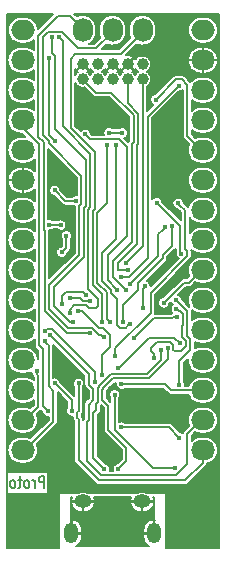
<source format=gbr>
G04 #@! TF.FileFunction,Copper,L2,Bot,Signal*
%FSLAX46Y46*%
G04 Gerber Fmt 4.6, Leading zero omitted, Abs format (unit mm)*
G04 Created by KiCad (PCBNEW 4.0.3+e1-6302~38~ubuntu16.04.1-stable) date Sat Aug 13 15:25:40 2016*
%MOMM*%
%LPD*%
G01*
G04 APERTURE LIST*
%ADD10C,0.100000*%
%ADD11C,0.200000*%
%ADD12O,1.450000X1.150000*%
%ADD13O,1.200000X1.750000*%
%ADD14O,1.727200X2.032000*%
%ADD15O,2.000000X1.700000*%
%ADD16O,2.032000X1.727200*%
%ADD17C,0.200000*%
%ADD18C,1.000000*%
%ADD19C,0.400000*%
G04 APERTURE END LIST*
D10*
D11*
X128359524Y-140302381D02*
X128359524Y-139302381D01*
X128054762Y-139302381D01*
X127978571Y-139350000D01*
X127940476Y-139397619D01*
X127902381Y-139492857D01*
X127902381Y-139635714D01*
X127940476Y-139730952D01*
X127978571Y-139778571D01*
X128054762Y-139826190D01*
X128359524Y-139826190D01*
X127559524Y-140302381D02*
X127559524Y-139635714D01*
X127559524Y-139826190D02*
X127521429Y-139730952D01*
X127483333Y-139683333D01*
X127407143Y-139635714D01*
X127330952Y-139635714D01*
X126950000Y-140302381D02*
X127026191Y-140254762D01*
X127064286Y-140207143D01*
X127102381Y-140111905D01*
X127102381Y-139826190D01*
X127064286Y-139730952D01*
X127026191Y-139683333D01*
X126950000Y-139635714D01*
X126835714Y-139635714D01*
X126759524Y-139683333D01*
X126721429Y-139730952D01*
X126683333Y-139826190D01*
X126683333Y-140111905D01*
X126721429Y-140207143D01*
X126759524Y-140254762D01*
X126835714Y-140302381D01*
X126950000Y-140302381D01*
X126454762Y-139635714D02*
X126150000Y-139635714D01*
X126340476Y-139302381D02*
X126340476Y-140159524D01*
X126302381Y-140254762D01*
X126226190Y-140302381D01*
X126150000Y-140302381D01*
X125769047Y-140302381D02*
X125845238Y-140254762D01*
X125883333Y-140207143D01*
X125921428Y-140111905D01*
X125921428Y-139826190D01*
X125883333Y-139730952D01*
X125845238Y-139683333D01*
X125769047Y-139635714D01*
X125654761Y-139635714D01*
X125578571Y-139683333D01*
X125540476Y-139730952D01*
X125502380Y-139826190D01*
X125502380Y-140111905D01*
X125540476Y-140207143D01*
X125578571Y-140254762D01*
X125654761Y-140302381D01*
X125769047Y-140302381D01*
D12*
X136650000Y-141450000D03*
X131650000Y-141450000D03*
D13*
X137650000Y-144150000D03*
X130650000Y-144150000D03*
D14*
X131610000Y-101550000D03*
X134150000Y-101550000D03*
X136690000Y-101550000D03*
D15*
X126550000Y-101550000D03*
D16*
X126550000Y-104090000D03*
X126550000Y-106630000D03*
X126550000Y-109170000D03*
X126550000Y-111710000D03*
X126550000Y-114250000D03*
X126550000Y-116790000D03*
X126550000Y-119330000D03*
X126550000Y-121870000D03*
X126550000Y-124410000D03*
X126550000Y-126950000D03*
X126550000Y-129490000D03*
X126550000Y-132030000D03*
X126550000Y-134570000D03*
X126550000Y-137110000D03*
D15*
X141800000Y-101550000D03*
D16*
X141800000Y-104090000D03*
X141800000Y-106630000D03*
X141800000Y-109170000D03*
X141800000Y-111710000D03*
X141800000Y-114250000D03*
X141800000Y-116790000D03*
X141800000Y-119330000D03*
X141800000Y-121870000D03*
X141800000Y-124410000D03*
X141800000Y-126950000D03*
X141800000Y-129490000D03*
X141800000Y-132030000D03*
X141800000Y-134570000D03*
X141800000Y-137110000D03*
D17*
X137000000Y-132000000D03*
D18*
X136690000Y-104415000D03*
X136690000Y-105685000D03*
X135420000Y-104415000D03*
X135420000Y-105685000D03*
X134150000Y-104415000D03*
X134150000Y-105685000D03*
X132880000Y-104415000D03*
X132880000Y-105685000D03*
X131610000Y-104415000D03*
X131610000Y-105685000D03*
D17*
X129250000Y-116500000D03*
D19*
X131639979Y-134132906D03*
X129200000Y-113550000D03*
X130550000Y-116950000D03*
X130821080Y-120328912D03*
X138739979Y-121344249D03*
X139295985Y-120448104D03*
X139600000Y-122250000D03*
X137850000Y-125450000D03*
X133750000Y-132550000D03*
X133250000Y-134350000D03*
X130600000Y-131450000D03*
X131950000Y-132300000D03*
X137300000Y-140550000D03*
X135700000Y-140550000D03*
X134850000Y-137250000D03*
X133250000Y-136900000D03*
X135450000Y-109000000D03*
X135450000Y-110800000D03*
X128650000Y-133800000D03*
X130694258Y-133786249D03*
X131030010Y-116016057D03*
X134335592Y-132400977D03*
X129250000Y-110900000D03*
X128750000Y-103900000D03*
X129256482Y-131434408D03*
X129250000Y-115105002D03*
X136900000Y-123250000D03*
X136700000Y-125100000D03*
X139400000Y-138600000D03*
X131846605Y-110380352D03*
X134563544Y-123581042D03*
X134900000Y-122450000D03*
X139750000Y-106250000D03*
X138222876Y-128619759D03*
X133450000Y-138700000D03*
X138822218Y-128473682D03*
X134650000Y-138700000D03*
X139979398Y-120458066D03*
X139800000Y-131549990D03*
X139550000Y-124400000D03*
X137900000Y-116150000D03*
X134900000Y-135150000D03*
X139800000Y-136050000D03*
X135272367Y-121270430D03*
X135475583Y-121813666D03*
X135300000Y-123575022D03*
X132233461Y-127224937D03*
X133401569Y-127551569D03*
X133215190Y-126280010D03*
X130509706Y-125529536D03*
X129600000Y-102150000D03*
X130798124Y-126255381D03*
X129000000Y-102150000D03*
X128796066Y-118014677D03*
X129756077Y-118050000D03*
X129861068Y-120350009D03*
X130235011Y-118950000D03*
X131193607Y-125324473D03*
X133226007Y-130718112D03*
X127746011Y-130416272D03*
X128439246Y-127878904D03*
X134969990Y-110250000D03*
X133700000Y-111250000D03*
X133960171Y-126280010D03*
X133850000Y-110249980D03*
X134450000Y-111250000D03*
X135595967Y-126429614D03*
X137800000Y-107450000D03*
X139700000Y-116200000D03*
X134362771Y-129137228D03*
X135035581Y-126280010D03*
X139208312Y-118169425D03*
X129900000Y-124750000D03*
X135626686Y-123050012D03*
X131919467Y-123998304D03*
X138583437Y-118254464D03*
X138482116Y-124642874D03*
X132269990Y-124495839D03*
X130520898Y-124201442D03*
X139550000Y-125150000D03*
X137698201Y-129290734D03*
X139602084Y-125830703D03*
X136000000Y-127600000D03*
X134652921Y-130175333D03*
X139824294Y-128039595D03*
X134894193Y-131515355D03*
X132633618Y-131363604D03*
X128416055Y-127049857D03*
X128878621Y-127399780D03*
X131269990Y-131444067D03*
D11*
X131739979Y-132510021D02*
X131739979Y-134032906D01*
X131950000Y-132300000D02*
X131739979Y-132510021D01*
X131739979Y-134032906D02*
X131639979Y-134132906D01*
X130821080Y-120328912D02*
X130821080Y-117221080D01*
X130821080Y-117221080D02*
X130550000Y-116950000D01*
X139295985Y-120730946D02*
X139295985Y-120448104D01*
X139295985Y-120788243D02*
X139295985Y-120730946D01*
X138739979Y-121344249D02*
X139295985Y-120788243D01*
X137850000Y-125167158D02*
X137850000Y-124000000D01*
X137850000Y-124000000D02*
X139600000Y-122250000D01*
X137850000Y-125450000D02*
X137850000Y-125167158D01*
X133750000Y-132550000D02*
X133750000Y-132000000D01*
X133950000Y-131800000D02*
X134500000Y-131800000D01*
X134500000Y-131800000D02*
X134700000Y-132000000D01*
X133750000Y-132000000D02*
X133950000Y-131800000D01*
X134700000Y-132000000D02*
X137000000Y-132000000D01*
X131750001Y-130962375D02*
X131750001Y-132100001D01*
X131067158Y-130700000D02*
X131487626Y-130700000D01*
X130600000Y-131450000D02*
X130600000Y-131167158D01*
X131750001Y-132100001D02*
X131950000Y-132300000D01*
X131487626Y-130700000D02*
X131750001Y-130962375D01*
X130600000Y-131167158D02*
X131067158Y-130700000D01*
X133250000Y-136900000D02*
X133250000Y-134350000D01*
X135700000Y-140550000D02*
X137300000Y-140550000D01*
X133250000Y-136900000D02*
X134500000Y-136900000D01*
X134500000Y-136900000D02*
X134850000Y-137250000D01*
X135450000Y-110800000D02*
X135450000Y-109000000D01*
X128650000Y-133800000D02*
X128226021Y-133376021D01*
X126550000Y-109815238D02*
X126550000Y-109170000D01*
X127936045Y-111201283D02*
X126550000Y-109815238D01*
X128226021Y-128526021D02*
X127936045Y-128236045D01*
X128226021Y-133376021D02*
X128226021Y-128526021D01*
X127936045Y-128236045D02*
X127936045Y-111201283D01*
X129256482Y-131434408D02*
X130694258Y-132872184D01*
X130694258Y-133503407D02*
X130694258Y-133786249D01*
X130694258Y-132872184D02*
X130694258Y-133503407D01*
X129250000Y-115105002D02*
X130161055Y-116016057D01*
X130747168Y-116016057D02*
X131030010Y-116016057D01*
X130161055Y-116016057D02*
X130747168Y-116016057D01*
X137572998Y-138600000D02*
X134335592Y-135362594D01*
X134335592Y-135362594D02*
X134335592Y-132683819D01*
X134335592Y-132683819D02*
X134335592Y-132400977D01*
X139400000Y-138600000D02*
X137572998Y-138600000D01*
X128750000Y-103900000D02*
X128750000Y-110400000D01*
X128750000Y-110400000D02*
X129250000Y-110900000D01*
X136700000Y-125100000D02*
X136700000Y-123450000D01*
X136700000Y-123450000D02*
X136900000Y-123250000D01*
X132236251Y-110769998D02*
X132046604Y-110580351D01*
X132046604Y-110580351D02*
X131846605Y-110380352D01*
X133724979Y-122725315D02*
X133724979Y-120575021D01*
X135339970Y-118960030D02*
X135339970Y-111450372D01*
X135339970Y-111450372D02*
X134659596Y-110769998D01*
X134659596Y-110769998D02*
X132236251Y-110769998D01*
X134563544Y-123563880D02*
X133724979Y-122725315D01*
X134563544Y-123581042D02*
X134563544Y-123563880D01*
X133724979Y-120575021D02*
X135339970Y-118960030D01*
X134900000Y-122450000D02*
X135511331Y-122450000D01*
X135711853Y-122249478D02*
X135718609Y-122249478D01*
X135718609Y-122249478D02*
X137140010Y-120828077D01*
X137140010Y-120828077D02*
X137140010Y-108859990D01*
X135511331Y-122450000D02*
X135711853Y-122249478D01*
X137140010Y-108859990D02*
X139750000Y-106250000D01*
X133450000Y-138700000D02*
X132500000Y-137750000D01*
X132500000Y-137750000D02*
X132500000Y-134000000D01*
X132500000Y-134000000D02*
X132770000Y-133730000D01*
X132889979Y-131835189D02*
X132989980Y-131735188D01*
X132770000Y-133730000D02*
X132770000Y-133157794D01*
X132770000Y-133157794D02*
X132889979Y-133037815D01*
X132889979Y-133037815D02*
X132889979Y-131835189D01*
X132989980Y-131735188D02*
X132989980Y-131685188D01*
X132989980Y-131685188D02*
X134019824Y-130655344D01*
X134019824Y-130655344D02*
X137043993Y-130655344D01*
X137043993Y-130655344D02*
X138222876Y-129476461D01*
X138222876Y-128902601D02*
X138222876Y-128619759D01*
X138222876Y-129476461D02*
X138222876Y-128902601D01*
X138822218Y-128756524D02*
X138822218Y-128473682D01*
X134177230Y-131035354D02*
X137201399Y-131035354D01*
X133369990Y-131842594D02*
X134177230Y-131035354D01*
X133269989Y-131992595D02*
X133369989Y-131892595D01*
X137201399Y-131035354D02*
X138822218Y-129414535D01*
X133780002Y-135369598D02*
X133780002Y-133390404D01*
X135330002Y-138019998D02*
X135330002Y-136919598D01*
X134650000Y-138700000D02*
X135330002Y-138019998D01*
X133780002Y-133390404D02*
X133269989Y-132880391D01*
X138822218Y-129414535D02*
X138822218Y-128756524D01*
X133369989Y-131892595D02*
X133369990Y-131842594D01*
X133269989Y-132880391D02*
X133269989Y-131992595D01*
X135330002Y-136919598D02*
X133780002Y-135369598D01*
X139900126Y-120378794D02*
X139979398Y-120458066D01*
X137900000Y-116150000D02*
X139900126Y-118150126D01*
X139900126Y-118150126D02*
X139900126Y-120378794D01*
X139800000Y-131267148D02*
X139800000Y-131549990D01*
X140730011Y-127704260D02*
X140730010Y-128607406D01*
X139800000Y-129537416D02*
X139800000Y-131267148D01*
X140730010Y-128607406D02*
X139800000Y-129537416D01*
X140480011Y-127454260D02*
X140730011Y-127704260D01*
X140480011Y-125330011D02*
X140480011Y-127454260D01*
X139550000Y-124400000D02*
X140480011Y-125330011D01*
X139800000Y-136050000D02*
X138900000Y-135150000D01*
X138900000Y-135150000D02*
X134900000Y-135150000D01*
X135472366Y-121070431D02*
X135272367Y-121270430D01*
X136690000Y-119852797D02*
X135472366Y-121070431D01*
X136690000Y-111345234D02*
X136690000Y-119852797D01*
X136690022Y-111345212D02*
X136690000Y-111345234D01*
X136690022Y-108454786D02*
X136690022Y-111345212D01*
X136690000Y-108454764D02*
X136690022Y-108454786D01*
X136690000Y-105685000D02*
X136690000Y-108454764D01*
X135192741Y-121813666D02*
X135475583Y-121813666D01*
X134636664Y-121813666D02*
X135192741Y-121813666D01*
X134624999Y-121802001D02*
X134636664Y-121813666D01*
X136239990Y-119623969D02*
X134624999Y-121238960D01*
X134624999Y-121238960D02*
X134624999Y-121802001D01*
X135420000Y-107722180D02*
X136310012Y-108612192D01*
X135420000Y-105685000D02*
X135420000Y-107722180D01*
X136239990Y-111257828D02*
X136239990Y-119623969D01*
X136310012Y-111187806D02*
X136239990Y-111257828D01*
X136310012Y-108612192D02*
X136310012Y-111187806D01*
X135789980Y-111170422D02*
X135930002Y-111030400D01*
X135930002Y-111030400D02*
X135930002Y-108769598D01*
X135930002Y-108769598D02*
X134010404Y-106850000D01*
X134010404Y-106850000D02*
X132775000Y-106850000D01*
X135789980Y-119473610D02*
X135789980Y-111170422D01*
X132775000Y-106850000D02*
X132159999Y-106234999D01*
X132159999Y-106234999D02*
X131610000Y-105685000D01*
X135300000Y-123575022D02*
X134174989Y-122450011D01*
X134174989Y-122450011D02*
X134174989Y-121088601D01*
X134174989Y-121088601D02*
X135789980Y-119473610D01*
X127846010Y-110573832D02*
X128316056Y-111043878D01*
X130312353Y-127224937D02*
X131950619Y-127224937D01*
X128316056Y-118428640D02*
X128430011Y-118542595D01*
X128430011Y-118542595D02*
X128430011Y-125342595D01*
X130546400Y-100334000D02*
X129518180Y-100334000D01*
X128430011Y-125342595D02*
X130312353Y-127224937D01*
X127846010Y-102006170D02*
X127846010Y-110573832D01*
X131610000Y-101550000D02*
X131610000Y-101397600D01*
X128316056Y-111043878D02*
X128316056Y-118428640D01*
X131950619Y-127224937D02*
X132233461Y-127224937D01*
X131610000Y-101397600D02*
X130546400Y-100334000D01*
X129518180Y-100334000D02*
X127846010Y-102006170D01*
X129830402Y-101669998D02*
X131250393Y-103089989D01*
X132422744Y-126735382D02*
X130360214Y-126735382D01*
X128226021Y-110416427D02*
X128226021Y-102163575D01*
X128226021Y-102163575D02*
X128719598Y-101669998D01*
X131250393Y-103089989D02*
X132762411Y-103089989D01*
X131510011Y-113870415D02*
X128769998Y-111130402D01*
X131330001Y-120580401D02*
X131330001Y-116426468D01*
X128769998Y-111130402D02*
X128769998Y-110960404D01*
X128719598Y-101669998D02*
X129830402Y-101669998D01*
X128769998Y-110960404D02*
X128226021Y-110416427D01*
X131330001Y-116426468D02*
X131510011Y-116246458D01*
X130360214Y-126735382D02*
X128810022Y-125185190D01*
X133038932Y-127351570D02*
X132422744Y-126735382D01*
X133401569Y-127551569D02*
X133201570Y-127351570D01*
X128810022Y-125185190D02*
X128810022Y-123100380D01*
X132762411Y-103089989D02*
X134150000Y-101702400D01*
X128810022Y-123100380D02*
X131330001Y-120580401D01*
X131510011Y-116246458D02*
X131510011Y-113870415D01*
X134150000Y-101702400D02*
X134150000Y-101550000D01*
X133201570Y-127351570D02*
X133038932Y-127351570D01*
X130600000Y-103950000D02*
X130600000Y-109812584D01*
X133280011Y-123892595D02*
X133280011Y-125932347D01*
X132470033Y-123082616D02*
X133280011Y-123892595D01*
X133280011Y-125932347D02*
X133215190Y-125997168D01*
X133215190Y-125997168D02*
X133215190Y-126280010D01*
X132650042Y-116718675D02*
X132470033Y-116898684D01*
X131010001Y-103539999D02*
X130600000Y-103950000D01*
X136690000Y-101702400D02*
X134852401Y-103539999D01*
X132470033Y-116898684D02*
X132470033Y-123082616D01*
X130600000Y-109812584D02*
X132650042Y-111862626D01*
X136690000Y-101550000D02*
X136690000Y-101702400D01*
X132650042Y-111862626D02*
X132650042Y-116718675D01*
X134852401Y-103539999D02*
X131010001Y-103539999D01*
X130509706Y-125246694D02*
X130509706Y-125529536D01*
X132113747Y-125050000D02*
X131922063Y-124858316D01*
X132270032Y-116561269D02*
X132090023Y-116741278D01*
X131531661Y-124858316D02*
X131506661Y-124833316D01*
X130923084Y-124833316D02*
X130509706Y-125246694D01*
X131506661Y-124833316D02*
X130923084Y-124833316D01*
X131922063Y-124858316D02*
X131531661Y-124858316D01*
X132900000Y-124900000D02*
X132750000Y-125050000D01*
X132090022Y-123490022D02*
X132900000Y-124300000D01*
X132270032Y-112020032D02*
X132270032Y-116561269D01*
X129937808Y-109687808D02*
X132270032Y-112020032D01*
X129937808Y-102487808D02*
X129937808Y-109687808D01*
X132090023Y-116741278D02*
X132090022Y-123490022D01*
X132750000Y-125050000D02*
X132113747Y-125050000D01*
X132900000Y-124300000D02*
X132900000Y-124900000D01*
X129600000Y-102150000D02*
X129937808Y-102487808D01*
X129190033Y-123257785D02*
X129190033Y-124930132D01*
X131710012Y-120737806D02*
X129190033Y-123257785D01*
X131710012Y-116583873D02*
X131710012Y-120737806D01*
X129280002Y-109930002D02*
X131890022Y-112540022D01*
X129000000Y-103439598D02*
X129280002Y-103719600D01*
X129280002Y-103719600D02*
X129280002Y-109930002D01*
X131890022Y-112540022D02*
X131890022Y-116403863D01*
X130515282Y-126255381D02*
X130798124Y-126255381D01*
X129000000Y-102150000D02*
X129000000Y-103439598D01*
X131890022Y-116403863D02*
X131710012Y-116583873D01*
X129190033Y-124930132D02*
X130515282Y-126255381D01*
X128796066Y-118014677D02*
X129720754Y-118014677D01*
X129720754Y-118014677D02*
X129756077Y-118050000D01*
X130061067Y-120150010D02*
X129861068Y-120350009D01*
X130235011Y-119976066D02*
X130061067Y-120150010D01*
X130235011Y-118950000D02*
X130235011Y-119976066D01*
X133950000Y-128363590D02*
X133950000Y-127388219D01*
X133226007Y-129087583D02*
X133950000Y-128363590D01*
X133226007Y-130718112D02*
X133226007Y-129087583D01*
X131476449Y-125324473D02*
X131193607Y-125324473D01*
X131557315Y-125324473D02*
X131476449Y-125324473D01*
X132992853Y-126760011D02*
X131557315Y-125324473D01*
X133321792Y-126760011D02*
X132992853Y-126760011D01*
X133950000Y-127388219D02*
X133321792Y-126760011D01*
X133204522Y-130718112D02*
X133226007Y-130718112D01*
X126702400Y-132030000D02*
X126550000Y-132030000D01*
X127846010Y-130799113D02*
X127746011Y-130699114D01*
X127746011Y-130699114D02*
X127746011Y-130416272D01*
X126550000Y-134570000D02*
X126702400Y-134570000D01*
X127846010Y-133426390D02*
X127846010Y-130799113D01*
X126702400Y-134570000D02*
X127846010Y-133426390D01*
X129130001Y-132092585D02*
X128730011Y-131692595D01*
X128639245Y-128078903D02*
X128439246Y-127878904D01*
X128730011Y-128169669D02*
X128639245Y-128078903D01*
X126702400Y-137110000D02*
X129130001Y-134682399D01*
X129130001Y-134682399D02*
X129130001Y-132092585D01*
X126550000Y-137110000D02*
X126702400Y-137110000D01*
X128730011Y-131692595D02*
X128730011Y-128169669D01*
X133660022Y-125979861D02*
X133760172Y-126080011D01*
X133660022Y-123735190D02*
X133660022Y-125979861D01*
X132850044Y-117056089D02*
X132850044Y-122925211D01*
X132850044Y-122925211D02*
X133660022Y-123735190D01*
X133700000Y-116206133D02*
X132850044Y-117056089D01*
X133700000Y-111250000D02*
X133700000Y-116206133D01*
X133760172Y-126080011D02*
X133960171Y-126280010D01*
X134969970Y-110249980D02*
X134969990Y-110250000D01*
X133850000Y-110249980D02*
X134969970Y-110249980D01*
X134450000Y-111250000D02*
X134450000Y-119213590D01*
X134805179Y-126760012D02*
X135265569Y-126760012D01*
X134040033Y-123577785D02*
X134040033Y-123777784D01*
X135265569Y-126760012D02*
X135395968Y-126629613D01*
X135395968Y-126629613D02*
X135595967Y-126429614D01*
X134555579Y-126510412D02*
X134805179Y-126760012D01*
X133274970Y-120388620D02*
X133274970Y-122812722D01*
X134450000Y-119213590D02*
X133274970Y-120388620D01*
X134040033Y-123777784D02*
X134555579Y-124293331D01*
X133274970Y-122812722D02*
X134040033Y-123577785D01*
X134555579Y-124293331D02*
X134555579Y-126510412D01*
X137800000Y-107450000D02*
X139525001Y-105724999D01*
X139525001Y-105724999D02*
X140002001Y-105724999D01*
X140458990Y-110521390D02*
X141647600Y-111710000D01*
X140002001Y-105724999D02*
X140458990Y-106181988D01*
X140458990Y-106181988D02*
X140458990Y-110521390D01*
X141647600Y-111710000D02*
X141800000Y-111710000D01*
X140287024Y-120055290D02*
X140287024Y-116787024D01*
X139899999Y-116399999D02*
X139700000Y-116200000D01*
X140287024Y-116787024D02*
X139899999Y-116399999D01*
X140459399Y-120227665D02*
X140287024Y-120055290D01*
X137369999Y-123777867D02*
X140459399Y-120688467D01*
X137369999Y-125457001D02*
X137369999Y-123777867D01*
X134362771Y-129137228D02*
X134362771Y-128464229D01*
X134362771Y-128464229D02*
X137369999Y-125457001D01*
X140459399Y-120688467D02*
X140459399Y-120227665D01*
X141647600Y-114250000D02*
X141800000Y-114250000D01*
X138419989Y-120619607D02*
X138419989Y-120869609D01*
X139208312Y-118169425D02*
X139208312Y-119831284D01*
X136319989Y-122969609D02*
X136319989Y-123533315D01*
X139208312Y-119831284D02*
X138419989Y-120619607D01*
X138419989Y-120869609D02*
X136319989Y-122969609D01*
X136319989Y-123533315D02*
X135035581Y-124817723D01*
X135035581Y-124817723D02*
X135035581Y-125997168D01*
X135035581Y-125997168D02*
X135035581Y-126280010D01*
X138039978Y-120636720D02*
X138039978Y-118797923D01*
X135626686Y-123050012D02*
X138039978Y-120636720D01*
X138383438Y-118454463D02*
X138583437Y-118254464D01*
X138039978Y-118797923D02*
X138383438Y-118454463D01*
X129900000Y-124750000D02*
X129900000Y-124050000D01*
X129900000Y-124050000D02*
X130228560Y-123721440D01*
X130228560Y-123721440D02*
X131642603Y-123721440D01*
X131642603Y-123721440D02*
X131719468Y-123798305D01*
X131719468Y-123798305D02*
X131919467Y-123998304D01*
X138682115Y-124442875D02*
X138482116Y-124642874D01*
X140191390Y-122933600D02*
X138682115Y-124442875D01*
X140584000Y-122933600D02*
X140191390Y-122933600D01*
X141647600Y-121870000D02*
X140584000Y-122933600D01*
X141800000Y-121870000D02*
X141647600Y-121870000D01*
X131689066Y-124478305D02*
X132252456Y-124478305D01*
X131412203Y-124201442D02*
X131689066Y-124478305D01*
X132252456Y-124478305D02*
X132269990Y-124495839D01*
X130520898Y-124201442D02*
X131412203Y-124201442D01*
X139750702Y-125350702D02*
X139550000Y-125150000D01*
X140100000Y-126550000D02*
X140100000Y-125618217D01*
X140100000Y-125618217D02*
X139832485Y-125350702D01*
X139832485Y-125350702D02*
X139750702Y-125350702D01*
X140038333Y-126611667D02*
X140100000Y-126550000D01*
X140038333Y-127550000D02*
X140038333Y-126611667D01*
X140350000Y-128300000D02*
X140350000Y-127861667D01*
X140350000Y-127861667D02*
X140038333Y-127550000D01*
X139950000Y-128700000D02*
X140350000Y-128300000D01*
X139400000Y-128700000D02*
X139950000Y-128700000D01*
X139302219Y-128602219D02*
X139400000Y-128700000D01*
X139050000Y-127950000D02*
X139050000Y-127991062D01*
X139050000Y-127991062D02*
X139302219Y-128243281D01*
X139302219Y-128243281D02*
X139302219Y-128602219D01*
X137900000Y-127950000D02*
X139050000Y-127950000D01*
X137400000Y-128450000D02*
X137900000Y-127950000D01*
X137400000Y-128709691D02*
X137400000Y-128450000D01*
X137698201Y-129290734D02*
X137698201Y-129007892D01*
X137698201Y-129007892D02*
X137400000Y-128709691D01*
X137669999Y-125930001D02*
X139219944Y-125930001D01*
X139319242Y-125830703D02*
X139602084Y-125830703D01*
X136000000Y-127600000D02*
X137669999Y-125930001D01*
X139219944Y-125930001D02*
X139319242Y-125830703D01*
X134852920Y-129975334D02*
X134652921Y-130175333D01*
X137258265Y-127569989D02*
X134852920Y-129975334D01*
X139824294Y-128039595D02*
X139354688Y-127569989D01*
X139354688Y-127569989D02*
X137258265Y-127569989D01*
X141647600Y-129490000D02*
X141800000Y-129490000D01*
X135177035Y-131515355D02*
X134894193Y-131515355D01*
X139130000Y-132030000D02*
X138615355Y-131515355D01*
X138615355Y-131515355D02*
X135177035Y-131515355D01*
X141800000Y-132030000D02*
X139130000Y-132030000D01*
X128616054Y-126849858D02*
X129022113Y-126849858D01*
X129022113Y-126849858D02*
X132633618Y-130461363D01*
X128416055Y-127049857D02*
X128616054Y-126849858D01*
X132633618Y-131080762D02*
X132633618Y-131363604D01*
X132633618Y-130461363D02*
X132633618Y-131080762D01*
X141647600Y-132030000D02*
X141800000Y-132030000D01*
X132153616Y-130674775D02*
X129078620Y-127599779D01*
X132153616Y-131594006D02*
X132153616Y-130674775D01*
X129078620Y-127599779D02*
X128878621Y-127399780D01*
X132509978Y-132860428D02*
X132509978Y-131950368D01*
X132509978Y-131950368D02*
X132153616Y-131594006D01*
X132000000Y-138050000D02*
X132000000Y-134712584D01*
X132119989Y-133250417D02*
X132509978Y-132860428D01*
X139552001Y-139225001D02*
X133175001Y-139225001D01*
X140458990Y-138318012D02*
X139552001Y-139225001D01*
X140458990Y-135758610D02*
X140458990Y-138318012D01*
X141800000Y-134570000D02*
X141647600Y-134570000D01*
X133175001Y-139225001D02*
X132000000Y-138050000D01*
X132000000Y-134712584D02*
X132119989Y-134592595D01*
X141647600Y-134570000D02*
X140458990Y-135758610D01*
X132119989Y-134592595D02*
X132119989Y-133250417D01*
X131269990Y-134473319D02*
X131159978Y-134363307D01*
X131269990Y-131726909D02*
X131269990Y-131444067D01*
X131269990Y-133792493D02*
X131269990Y-131726909D01*
X131159978Y-133902505D02*
X131269990Y-133792493D01*
X141800000Y-138173600D02*
X140298589Y-139675011D01*
X141800000Y-137110000D02*
X141800000Y-138173600D01*
X133011599Y-139675011D02*
X131269990Y-137933402D01*
X131269990Y-137933402D02*
X131269990Y-134473319D01*
X131159978Y-134363307D02*
X131159978Y-133902505D01*
X140298589Y-139675011D02*
X133011599Y-139675011D01*
G36*
X130682039Y-141138249D02*
X130640036Y-141288483D01*
X130700391Y-141425000D01*
X131625000Y-141425000D01*
X131625000Y-141405000D01*
X131675000Y-141405000D01*
X131675000Y-141425000D01*
X132599609Y-141425000D01*
X132659964Y-141288483D01*
X132617961Y-141138249D01*
X132598901Y-141100000D01*
X135701099Y-141100000D01*
X135682039Y-141138249D01*
X135640036Y-141288483D01*
X135700391Y-141425000D01*
X136625000Y-141425000D01*
X136625000Y-141405000D01*
X136675000Y-141405000D01*
X136675000Y-141425000D01*
X137599609Y-141425000D01*
X137659964Y-141288483D01*
X137617961Y-141138249D01*
X137598901Y-141100000D01*
X137700000Y-141100000D01*
X137700000Y-143000000D01*
X137703959Y-143027859D01*
X137707790Y-143036358D01*
X137675000Y-143050379D01*
X137675000Y-144125000D01*
X137695000Y-144125000D01*
X137695000Y-144175000D01*
X137675000Y-144175000D01*
X137675000Y-144195000D01*
X137625000Y-144195000D01*
X137625000Y-144175000D01*
X136750000Y-144175000D01*
X136750000Y-144450000D01*
X136772171Y-144625101D01*
X136828076Y-144792512D01*
X136915567Y-144945800D01*
X137031282Y-145079074D01*
X137170774Y-145187212D01*
X137246453Y-145225000D01*
X131053547Y-145225000D01*
X131129226Y-145187212D01*
X131268718Y-145079074D01*
X131384433Y-144945800D01*
X131471924Y-144792512D01*
X131527829Y-144625101D01*
X131550000Y-144450000D01*
X131550000Y-144175000D01*
X130675000Y-144175000D01*
X130675000Y-144195000D01*
X130625000Y-144195000D01*
X130625000Y-144175000D01*
X130605000Y-144175000D01*
X130605000Y-144125000D01*
X130625000Y-144125000D01*
X130625000Y-143050379D01*
X130675000Y-143050379D01*
X130675000Y-144125000D01*
X131550000Y-144125000D01*
X131550000Y-143850000D01*
X136750000Y-143850000D01*
X136750000Y-144125000D01*
X137625000Y-144125000D01*
X137625000Y-143050379D01*
X137484571Y-142990334D01*
X137328682Y-143033941D01*
X137170774Y-143112788D01*
X137031282Y-143220926D01*
X136915567Y-143354200D01*
X136828076Y-143507488D01*
X136772171Y-143674899D01*
X136750000Y-143850000D01*
X131550000Y-143850000D01*
X131527829Y-143674899D01*
X131471924Y-143507488D01*
X131384433Y-143354200D01*
X131268718Y-143220926D01*
X131129226Y-143112788D01*
X130971318Y-143033941D01*
X130815429Y-142990334D01*
X130675000Y-143050379D01*
X130625000Y-143050379D01*
X130592364Y-143036424D01*
X130598736Y-143015848D01*
X130600000Y-143000000D01*
X130600000Y-141611517D01*
X130640036Y-141611517D01*
X130682039Y-141761751D01*
X130758575Y-141915337D01*
X130863604Y-142051041D01*
X130993089Y-142163647D01*
X131142055Y-142248828D01*
X131304776Y-142303310D01*
X131475000Y-142325000D01*
X131625000Y-142325000D01*
X131625000Y-141475000D01*
X131675000Y-141475000D01*
X131675000Y-142325000D01*
X131825000Y-142325000D01*
X131995224Y-142303310D01*
X132157945Y-142248828D01*
X132306911Y-142163647D01*
X132436396Y-142051041D01*
X132541425Y-141915337D01*
X132617961Y-141761751D01*
X132659964Y-141611517D01*
X135640036Y-141611517D01*
X135682039Y-141761751D01*
X135758575Y-141915337D01*
X135863604Y-142051041D01*
X135993089Y-142163647D01*
X136142055Y-142248828D01*
X136304776Y-142303310D01*
X136475000Y-142325000D01*
X136625000Y-142325000D01*
X136625000Y-141475000D01*
X136675000Y-141475000D01*
X136675000Y-142325000D01*
X136825000Y-142325000D01*
X136995224Y-142303310D01*
X137157945Y-142248828D01*
X137306911Y-142163647D01*
X137436396Y-142051041D01*
X137541425Y-141915337D01*
X137617961Y-141761751D01*
X137659964Y-141611517D01*
X137599609Y-141475000D01*
X136675000Y-141475000D01*
X136625000Y-141475000D01*
X135700391Y-141475000D01*
X135640036Y-141611517D01*
X132659964Y-141611517D01*
X132599609Y-141475000D01*
X131675000Y-141475000D01*
X131625000Y-141475000D01*
X130700391Y-141475000D01*
X130640036Y-141611517D01*
X130600000Y-141611517D01*
X130600000Y-141100000D01*
X130701099Y-141100000D01*
X130682039Y-141138249D01*
X130682039Y-141138249D01*
G37*
X130682039Y-141138249D02*
X130640036Y-141288483D01*
X130700391Y-141425000D01*
X131625000Y-141425000D01*
X131625000Y-141405000D01*
X131675000Y-141405000D01*
X131675000Y-141425000D01*
X132599609Y-141425000D01*
X132659964Y-141288483D01*
X132617961Y-141138249D01*
X132598901Y-141100000D01*
X135701099Y-141100000D01*
X135682039Y-141138249D01*
X135640036Y-141288483D01*
X135700391Y-141425000D01*
X136625000Y-141425000D01*
X136625000Y-141405000D01*
X136675000Y-141405000D01*
X136675000Y-141425000D01*
X137599609Y-141425000D01*
X137659964Y-141288483D01*
X137617961Y-141138249D01*
X137598901Y-141100000D01*
X137700000Y-141100000D01*
X137700000Y-143000000D01*
X137703959Y-143027859D01*
X137707790Y-143036358D01*
X137675000Y-143050379D01*
X137675000Y-144125000D01*
X137695000Y-144125000D01*
X137695000Y-144175000D01*
X137675000Y-144175000D01*
X137675000Y-144195000D01*
X137625000Y-144195000D01*
X137625000Y-144175000D01*
X136750000Y-144175000D01*
X136750000Y-144450000D01*
X136772171Y-144625101D01*
X136828076Y-144792512D01*
X136915567Y-144945800D01*
X137031282Y-145079074D01*
X137170774Y-145187212D01*
X137246453Y-145225000D01*
X131053547Y-145225000D01*
X131129226Y-145187212D01*
X131268718Y-145079074D01*
X131384433Y-144945800D01*
X131471924Y-144792512D01*
X131527829Y-144625101D01*
X131550000Y-144450000D01*
X131550000Y-144175000D01*
X130675000Y-144175000D01*
X130675000Y-144195000D01*
X130625000Y-144195000D01*
X130625000Y-144175000D01*
X130605000Y-144175000D01*
X130605000Y-144125000D01*
X130625000Y-144125000D01*
X130625000Y-143050379D01*
X130675000Y-143050379D01*
X130675000Y-144125000D01*
X131550000Y-144125000D01*
X131550000Y-143850000D01*
X136750000Y-143850000D01*
X136750000Y-144125000D01*
X137625000Y-144125000D01*
X137625000Y-143050379D01*
X137484571Y-142990334D01*
X137328682Y-143033941D01*
X137170774Y-143112788D01*
X137031282Y-143220926D01*
X136915567Y-143354200D01*
X136828076Y-143507488D01*
X136772171Y-143674899D01*
X136750000Y-143850000D01*
X131550000Y-143850000D01*
X131527829Y-143674899D01*
X131471924Y-143507488D01*
X131384433Y-143354200D01*
X131268718Y-143220926D01*
X131129226Y-143112788D01*
X130971318Y-143033941D01*
X130815429Y-142990334D01*
X130675000Y-143050379D01*
X130625000Y-143050379D01*
X130592364Y-143036424D01*
X130598736Y-143015848D01*
X130600000Y-143000000D01*
X130600000Y-141611517D01*
X130640036Y-141611517D01*
X130682039Y-141761751D01*
X130758575Y-141915337D01*
X130863604Y-142051041D01*
X130993089Y-142163647D01*
X131142055Y-142248828D01*
X131304776Y-142303310D01*
X131475000Y-142325000D01*
X131625000Y-142325000D01*
X131625000Y-141475000D01*
X131675000Y-141475000D01*
X131675000Y-142325000D01*
X131825000Y-142325000D01*
X131995224Y-142303310D01*
X132157945Y-142248828D01*
X132306911Y-142163647D01*
X132436396Y-142051041D01*
X132541425Y-141915337D01*
X132617961Y-141761751D01*
X132659964Y-141611517D01*
X135640036Y-141611517D01*
X135682039Y-141761751D01*
X135758575Y-141915337D01*
X135863604Y-142051041D01*
X135993089Y-142163647D01*
X136142055Y-142248828D01*
X136304776Y-142303310D01*
X136475000Y-142325000D01*
X136625000Y-142325000D01*
X136625000Y-141475000D01*
X136675000Y-141475000D01*
X136675000Y-142325000D01*
X136825000Y-142325000D01*
X136995224Y-142303310D01*
X137157945Y-142248828D01*
X137306911Y-142163647D01*
X137436396Y-142051041D01*
X137541425Y-141915337D01*
X137617961Y-141761751D01*
X137659964Y-141611517D01*
X137599609Y-141475000D01*
X136675000Y-141475000D01*
X136625000Y-141475000D01*
X135700391Y-141475000D01*
X135640036Y-141611517D01*
X132659964Y-141611517D01*
X132599609Y-141475000D01*
X131675000Y-141475000D01*
X131625000Y-141475000D01*
X130700391Y-141475000D01*
X130640036Y-141611517D01*
X130600000Y-141611517D01*
X130600000Y-141100000D01*
X130701099Y-141100000D01*
X130682039Y-141138249D01*
G36*
X127829552Y-101485226D02*
X127816178Y-101338259D01*
X127753911Y-101126695D01*
X127651737Y-100931254D01*
X127513547Y-100759380D01*
X127344606Y-100617622D01*
X127151347Y-100511377D01*
X126941133Y-100444693D01*
X126721970Y-100420110D01*
X126706193Y-100420000D01*
X126393807Y-100420000D01*
X126174322Y-100441521D01*
X125963197Y-100505263D01*
X125768475Y-100608799D01*
X125597570Y-100748185D01*
X125456995Y-100918112D01*
X125352102Y-101112107D01*
X125286887Y-101322782D01*
X125263835Y-101542111D01*
X125283822Y-101761741D01*
X125346089Y-101973305D01*
X125448263Y-102168746D01*
X125586453Y-102340620D01*
X125755394Y-102482378D01*
X125948653Y-102588623D01*
X126158867Y-102655307D01*
X126378030Y-102679890D01*
X126393807Y-102680000D01*
X126706193Y-102680000D01*
X126925678Y-102658479D01*
X127136803Y-102594737D01*
X127331525Y-102491201D01*
X127466010Y-102381518D01*
X127466010Y-103239744D01*
X127354767Y-103146400D01*
X127159183Y-103038877D01*
X126946439Y-102971390D01*
X126724638Y-102946511D01*
X126708671Y-102946400D01*
X126391329Y-102946400D01*
X126169203Y-102968180D01*
X125955537Y-103032689D01*
X125758470Y-103137471D01*
X125585509Y-103278535D01*
X125443242Y-103450507D01*
X125337086Y-103646837D01*
X125271087Y-103860047D01*
X125247757Y-104082016D01*
X125267985Y-104304289D01*
X125331002Y-104518400D01*
X125434405Y-104716193D01*
X125574258Y-104890135D01*
X125745233Y-105033600D01*
X125940817Y-105141123D01*
X126153561Y-105208610D01*
X126375362Y-105233489D01*
X126391329Y-105233600D01*
X126708671Y-105233600D01*
X126930797Y-105211820D01*
X127144463Y-105147311D01*
X127341530Y-105042529D01*
X127466010Y-104941005D01*
X127466010Y-105779744D01*
X127354767Y-105686400D01*
X127159183Y-105578877D01*
X126946439Y-105511390D01*
X126724638Y-105486511D01*
X126708671Y-105486400D01*
X126391329Y-105486400D01*
X126169203Y-105508180D01*
X125955537Y-105572689D01*
X125758470Y-105677471D01*
X125585509Y-105818535D01*
X125443242Y-105990507D01*
X125337086Y-106186837D01*
X125271087Y-106400047D01*
X125247757Y-106622016D01*
X125267985Y-106844289D01*
X125331002Y-107058400D01*
X125434405Y-107256193D01*
X125574258Y-107430135D01*
X125745233Y-107573600D01*
X125940817Y-107681123D01*
X126153561Y-107748610D01*
X126375362Y-107773489D01*
X126391329Y-107773600D01*
X126708671Y-107773600D01*
X126930797Y-107751820D01*
X127144463Y-107687311D01*
X127341530Y-107582529D01*
X127466010Y-107481005D01*
X127466010Y-108319744D01*
X127354767Y-108226400D01*
X127159183Y-108118877D01*
X126946439Y-108051390D01*
X126724638Y-108026511D01*
X126708671Y-108026400D01*
X126391329Y-108026400D01*
X126169203Y-108048180D01*
X125955537Y-108112689D01*
X125758470Y-108217471D01*
X125585509Y-108358535D01*
X125443242Y-108530507D01*
X125337086Y-108726837D01*
X125271087Y-108940047D01*
X125247757Y-109162016D01*
X125267985Y-109384289D01*
X125331002Y-109598400D01*
X125434405Y-109796193D01*
X125574258Y-109970135D01*
X125745233Y-110113600D01*
X125940817Y-110221123D01*
X126153561Y-110288610D01*
X126375362Y-110313489D01*
X126391329Y-110313600D01*
X126510960Y-110313600D01*
X126768828Y-110571468D01*
X126724638Y-110566511D01*
X126708671Y-110566400D01*
X126391329Y-110566400D01*
X126169203Y-110588180D01*
X125955537Y-110652689D01*
X125758470Y-110757471D01*
X125585509Y-110898535D01*
X125443242Y-111070507D01*
X125337086Y-111266837D01*
X125271087Y-111480047D01*
X125247757Y-111702016D01*
X125267985Y-111924289D01*
X125331002Y-112138400D01*
X125434405Y-112336193D01*
X125574258Y-112510135D01*
X125745233Y-112653600D01*
X125940817Y-112761123D01*
X126153561Y-112828610D01*
X126375362Y-112853489D01*
X126391329Y-112853600D01*
X126708671Y-112853600D01*
X126930797Y-112831820D01*
X127144463Y-112767311D01*
X127341530Y-112662529D01*
X127514491Y-112521465D01*
X127556045Y-112471235D01*
X127556045Y-113495471D01*
X127518118Y-113448424D01*
X127346064Y-113304687D01*
X127149275Y-113197278D01*
X126935313Y-113130325D01*
X126712400Y-113106400D01*
X126560000Y-113106400D01*
X126560000Y-114240000D01*
X126580000Y-114240000D01*
X126580000Y-114260000D01*
X126560000Y-114260000D01*
X126560000Y-115393600D01*
X126712400Y-115393600D01*
X126935313Y-115369675D01*
X127149275Y-115302722D01*
X127346064Y-115195313D01*
X127518118Y-115051576D01*
X127556045Y-115004529D01*
X127556045Y-116027554D01*
X127525742Y-115989865D01*
X127354767Y-115846400D01*
X127159183Y-115738877D01*
X126946439Y-115671390D01*
X126724638Y-115646511D01*
X126708671Y-115646400D01*
X126391329Y-115646400D01*
X126169203Y-115668180D01*
X125955537Y-115732689D01*
X125758470Y-115837471D01*
X125585509Y-115978535D01*
X125443242Y-116150507D01*
X125337086Y-116346837D01*
X125271087Y-116560047D01*
X125247757Y-116782016D01*
X125267985Y-117004289D01*
X125331002Y-117218400D01*
X125434405Y-117416193D01*
X125574258Y-117590135D01*
X125745233Y-117733600D01*
X125940817Y-117841123D01*
X126153561Y-117908610D01*
X126375362Y-117933489D01*
X126391329Y-117933600D01*
X126708671Y-117933600D01*
X126930797Y-117911820D01*
X127144463Y-117847311D01*
X127341530Y-117742529D01*
X127514491Y-117601465D01*
X127556045Y-117551235D01*
X127556045Y-118567554D01*
X127525742Y-118529865D01*
X127354767Y-118386400D01*
X127159183Y-118278877D01*
X126946439Y-118211390D01*
X126724638Y-118186511D01*
X126708671Y-118186400D01*
X126391329Y-118186400D01*
X126169203Y-118208180D01*
X125955537Y-118272689D01*
X125758470Y-118377471D01*
X125585509Y-118518535D01*
X125443242Y-118690507D01*
X125337086Y-118886837D01*
X125271087Y-119100047D01*
X125247757Y-119322016D01*
X125267985Y-119544289D01*
X125331002Y-119758400D01*
X125434405Y-119956193D01*
X125574258Y-120130135D01*
X125745233Y-120273600D01*
X125940817Y-120381123D01*
X126153561Y-120448610D01*
X126375362Y-120473489D01*
X126391329Y-120473600D01*
X126708671Y-120473600D01*
X126930797Y-120451820D01*
X127144463Y-120387311D01*
X127341530Y-120282529D01*
X127514491Y-120141465D01*
X127556045Y-120091235D01*
X127556045Y-121107554D01*
X127525742Y-121069865D01*
X127354767Y-120926400D01*
X127159183Y-120818877D01*
X126946439Y-120751390D01*
X126724638Y-120726511D01*
X126708671Y-120726400D01*
X126391329Y-120726400D01*
X126169203Y-120748180D01*
X125955537Y-120812689D01*
X125758470Y-120917471D01*
X125585509Y-121058535D01*
X125443242Y-121230507D01*
X125337086Y-121426837D01*
X125271087Y-121640047D01*
X125247757Y-121862016D01*
X125267985Y-122084289D01*
X125331002Y-122298400D01*
X125434405Y-122496193D01*
X125574258Y-122670135D01*
X125745233Y-122813600D01*
X125940817Y-122921123D01*
X126153561Y-122988610D01*
X126375362Y-123013489D01*
X126391329Y-123013600D01*
X126708671Y-123013600D01*
X126930797Y-122991820D01*
X127144463Y-122927311D01*
X127341530Y-122822529D01*
X127514491Y-122681465D01*
X127556045Y-122631235D01*
X127556045Y-123647554D01*
X127525742Y-123609865D01*
X127354767Y-123466400D01*
X127159183Y-123358877D01*
X126946439Y-123291390D01*
X126724638Y-123266511D01*
X126708671Y-123266400D01*
X126391329Y-123266400D01*
X126169203Y-123288180D01*
X125955537Y-123352689D01*
X125758470Y-123457471D01*
X125585509Y-123598535D01*
X125443242Y-123770507D01*
X125337086Y-123966837D01*
X125271087Y-124180047D01*
X125247757Y-124402016D01*
X125267985Y-124624289D01*
X125331002Y-124838400D01*
X125434405Y-125036193D01*
X125574258Y-125210135D01*
X125745233Y-125353600D01*
X125940817Y-125461123D01*
X126153561Y-125528610D01*
X126375362Y-125553489D01*
X126391329Y-125553600D01*
X126708671Y-125553600D01*
X126930797Y-125531820D01*
X127144463Y-125467311D01*
X127341530Y-125362529D01*
X127514491Y-125221465D01*
X127556045Y-125171235D01*
X127556045Y-126187554D01*
X127525742Y-126149865D01*
X127354767Y-126006400D01*
X127159183Y-125898877D01*
X126946439Y-125831390D01*
X126724638Y-125806511D01*
X126708671Y-125806400D01*
X126391329Y-125806400D01*
X126169203Y-125828180D01*
X125955537Y-125892689D01*
X125758470Y-125997471D01*
X125585509Y-126138535D01*
X125443242Y-126310507D01*
X125337086Y-126506837D01*
X125271087Y-126720047D01*
X125247757Y-126942016D01*
X125267985Y-127164289D01*
X125331002Y-127378400D01*
X125434405Y-127576193D01*
X125574258Y-127750135D01*
X125745233Y-127893600D01*
X125940817Y-128001123D01*
X126153561Y-128068610D01*
X126375362Y-128093489D01*
X126391329Y-128093600D01*
X126708671Y-128093600D01*
X126930797Y-128071820D01*
X127144463Y-128007311D01*
X127341530Y-127902529D01*
X127514491Y-127761465D01*
X127556045Y-127711235D01*
X127556045Y-128236045D01*
X127559473Y-128271010D01*
X127562530Y-128305947D01*
X127563087Y-128307864D01*
X127563282Y-128309854D01*
X127573438Y-128343492D01*
X127583221Y-128377164D01*
X127584140Y-128378936D01*
X127584718Y-128380852D01*
X127601225Y-128411897D01*
X127617351Y-128443008D01*
X127618595Y-128444567D01*
X127619535Y-128446334D01*
X127641736Y-128473555D01*
X127663619Y-128500968D01*
X127666364Y-128503752D01*
X127666408Y-128503806D01*
X127666458Y-128503847D01*
X127667344Y-128504746D01*
X127846021Y-128683423D01*
X127846021Y-129429614D01*
X127832015Y-129275711D01*
X127768998Y-129061600D01*
X127665595Y-128863807D01*
X127525742Y-128689865D01*
X127354767Y-128546400D01*
X127159183Y-128438877D01*
X126946439Y-128371390D01*
X126724638Y-128346511D01*
X126708671Y-128346400D01*
X126391329Y-128346400D01*
X126169203Y-128368180D01*
X125955537Y-128432689D01*
X125758470Y-128537471D01*
X125585509Y-128678535D01*
X125443242Y-128850507D01*
X125337086Y-129046837D01*
X125271087Y-129260047D01*
X125247757Y-129482016D01*
X125267985Y-129704289D01*
X125331002Y-129918400D01*
X125434405Y-130116193D01*
X125574258Y-130290135D01*
X125745233Y-130433600D01*
X125940817Y-130541123D01*
X126153561Y-130608610D01*
X126375362Y-130633489D01*
X126391329Y-130633600D01*
X126708671Y-130633600D01*
X126930797Y-130611820D01*
X127144463Y-130547311D01*
X127269792Y-130480673D01*
X127282372Y-130549218D01*
X127317025Y-130636741D01*
X127367588Y-130715199D01*
X127369439Y-130734079D01*
X127372496Y-130769016D01*
X127373053Y-130770933D01*
X127373248Y-130772923D01*
X127383404Y-130806561D01*
X127393187Y-130840233D01*
X127394106Y-130842005D01*
X127394684Y-130843921D01*
X127411191Y-130874966D01*
X127427317Y-130906077D01*
X127428561Y-130907636D01*
X127429501Y-130909403D01*
X127451702Y-130936624D01*
X127466010Y-130954548D01*
X127466010Y-131179744D01*
X127354767Y-131086400D01*
X127159183Y-130978877D01*
X126946439Y-130911390D01*
X126724638Y-130886511D01*
X126708671Y-130886400D01*
X126391329Y-130886400D01*
X126169203Y-130908180D01*
X125955537Y-130972689D01*
X125758470Y-131077471D01*
X125585509Y-131218535D01*
X125443242Y-131390507D01*
X125337086Y-131586837D01*
X125271087Y-131800047D01*
X125247757Y-132022016D01*
X125267985Y-132244289D01*
X125331002Y-132458400D01*
X125434405Y-132656193D01*
X125574258Y-132830135D01*
X125745233Y-132973600D01*
X125940817Y-133081123D01*
X126153561Y-133148610D01*
X126375362Y-133173489D01*
X126391329Y-133173600D01*
X126708671Y-133173600D01*
X126930797Y-133151820D01*
X127144463Y-133087311D01*
X127341530Y-132982529D01*
X127466010Y-132881005D01*
X127466010Y-133268989D01*
X127195923Y-133539075D01*
X127159183Y-133518877D01*
X126946439Y-133451390D01*
X126724638Y-133426511D01*
X126708671Y-133426400D01*
X126391329Y-133426400D01*
X126169203Y-133448180D01*
X125955537Y-133512689D01*
X125758470Y-133617471D01*
X125585509Y-133758535D01*
X125443242Y-133930507D01*
X125337086Y-134126837D01*
X125271087Y-134340047D01*
X125247757Y-134562016D01*
X125267985Y-134784289D01*
X125331002Y-134998400D01*
X125434405Y-135196193D01*
X125574258Y-135370135D01*
X125745233Y-135513600D01*
X125940817Y-135621123D01*
X126153561Y-135688610D01*
X126375362Y-135713489D01*
X126391329Y-135713600D01*
X126708671Y-135713600D01*
X126930797Y-135691820D01*
X127144463Y-135627311D01*
X127341530Y-135522529D01*
X127514491Y-135381465D01*
X127656758Y-135209493D01*
X127762914Y-135013163D01*
X127828913Y-134799953D01*
X127852243Y-134577984D01*
X127832015Y-134355711D01*
X127768998Y-134141600D01*
X127734394Y-134075408D01*
X128061200Y-133748601D01*
X128173058Y-133860459D01*
X128186361Y-133932946D01*
X128221014Y-134020469D01*
X128272007Y-134099594D01*
X128337397Y-134167307D01*
X128414694Y-134221030D01*
X128500954Y-134258716D01*
X128592891Y-134278930D01*
X128687003Y-134280901D01*
X128750001Y-134269793D01*
X128750001Y-134524998D01*
X127195923Y-136079075D01*
X127159183Y-136058877D01*
X126946439Y-135991390D01*
X126724638Y-135966511D01*
X126708671Y-135966400D01*
X126391329Y-135966400D01*
X126169203Y-135988180D01*
X125955537Y-136052689D01*
X125758470Y-136157471D01*
X125585509Y-136298535D01*
X125443242Y-136470507D01*
X125337086Y-136666837D01*
X125271087Y-136880047D01*
X125247757Y-137102016D01*
X125267985Y-137324289D01*
X125331002Y-137538400D01*
X125434405Y-137736193D01*
X125574258Y-137910135D01*
X125745233Y-138053600D01*
X125940817Y-138161123D01*
X126153561Y-138228610D01*
X126375362Y-138253489D01*
X126391329Y-138253600D01*
X126708671Y-138253600D01*
X126930797Y-138231820D01*
X127144463Y-138167311D01*
X127341530Y-138062529D01*
X127514491Y-137921465D01*
X127656758Y-137749493D01*
X127762914Y-137553163D01*
X127828913Y-137339953D01*
X127852243Y-137117984D01*
X127832015Y-136895711D01*
X127768998Y-136681600D01*
X127734394Y-136615408D01*
X129398701Y-134951100D01*
X129420993Y-134923962D01*
X129443544Y-134897086D01*
X129444505Y-134895338D01*
X129445775Y-134893792D01*
X129462383Y-134862818D01*
X129479272Y-134832097D01*
X129479876Y-134830194D01*
X129480821Y-134828431D01*
X129491093Y-134794833D01*
X129501697Y-134761405D01*
X129501920Y-134759420D01*
X129502504Y-134757509D01*
X129506054Y-134722564D01*
X129509964Y-134687705D01*
X129509991Y-134683803D01*
X129509999Y-134683726D01*
X129509992Y-134683655D01*
X129510001Y-134682399D01*
X129510001Y-132225329D01*
X130314258Y-133029585D01*
X130314258Y-133491581D01*
X130271595Y-133553888D01*
X130234512Y-133640409D01*
X130214941Y-133732485D01*
X130213627Y-133826609D01*
X130230619Y-133919195D01*
X130265272Y-134006718D01*
X130316265Y-134085843D01*
X130381655Y-134153556D01*
X130458952Y-134207279D01*
X130545212Y-134244965D01*
X130637149Y-134265179D01*
X130731261Y-134267150D01*
X130779978Y-134258560D01*
X130779978Y-134363307D01*
X130783406Y-134398272D01*
X130786463Y-134433209D01*
X130787020Y-134435126D01*
X130787215Y-134437116D01*
X130797371Y-134470754D01*
X130807154Y-134504426D01*
X130808073Y-134506198D01*
X130808651Y-134508114D01*
X130825158Y-134539159D01*
X130841284Y-134570270D01*
X130842528Y-134571829D01*
X130843468Y-134573596D01*
X130865669Y-134600817D01*
X130887552Y-134628230D01*
X130889990Y-134630703D01*
X130889990Y-137933402D01*
X130893418Y-137968367D01*
X130896475Y-138003304D01*
X130897032Y-138005221D01*
X130897227Y-138007211D01*
X130907383Y-138040849D01*
X130917166Y-138074521D01*
X130918085Y-138076293D01*
X130918663Y-138078209D01*
X130935170Y-138109254D01*
X130951296Y-138140365D01*
X130952540Y-138141924D01*
X130953480Y-138143691D01*
X130975681Y-138170912D01*
X130997564Y-138198325D01*
X131000309Y-138201109D01*
X131000353Y-138201163D01*
X131000403Y-138201204D01*
X131001289Y-138202103D01*
X132742898Y-139943712D01*
X132770044Y-139966009D01*
X132796912Y-139988554D01*
X132798662Y-139989516D01*
X132800207Y-139990785D01*
X132831159Y-140007382D01*
X132861901Y-140024282D01*
X132863804Y-140024886D01*
X132865567Y-140025831D01*
X132899165Y-140036103D01*
X132932593Y-140046707D01*
X132934578Y-140046930D01*
X132936489Y-140047514D01*
X132971428Y-140051063D01*
X133006293Y-140054974D01*
X133010195Y-140055001D01*
X133010272Y-140055009D01*
X133010343Y-140055002D01*
X133011599Y-140055011D01*
X140298589Y-140055011D01*
X140333554Y-140051583D01*
X140368491Y-140048526D01*
X140370408Y-140047969D01*
X140372398Y-140047774D01*
X140406036Y-140037618D01*
X140439708Y-140027835D01*
X140441480Y-140026916D01*
X140443396Y-140026338D01*
X140474441Y-140009831D01*
X140505552Y-139993705D01*
X140507111Y-139992461D01*
X140508878Y-139991521D01*
X140536099Y-139969320D01*
X140563512Y-139947437D01*
X140566296Y-139944692D01*
X140566350Y-139944648D01*
X140566391Y-139944598D01*
X140567290Y-139943712D01*
X142068701Y-138442300D01*
X142090978Y-138415179D01*
X142113543Y-138388287D01*
X142114505Y-138386536D01*
X142115774Y-138384992D01*
X142132371Y-138354040D01*
X142149271Y-138323298D01*
X142149875Y-138321395D01*
X142150820Y-138319632D01*
X142161088Y-138286047D01*
X142171696Y-138252606D01*
X142171919Y-138250620D01*
X142172503Y-138248709D01*
X142174152Y-138232472D01*
X142180797Y-138231820D01*
X142394463Y-138167311D01*
X142591530Y-138062529D01*
X142764491Y-137921465D01*
X142906758Y-137749493D01*
X143012914Y-137553163D01*
X143078913Y-137339953D01*
X143102243Y-137117984D01*
X143082015Y-136895711D01*
X143018998Y-136681600D01*
X142915595Y-136483807D01*
X142775742Y-136309865D01*
X142604767Y-136166400D01*
X142409183Y-136058877D01*
X142196439Y-135991390D01*
X141974638Y-135966511D01*
X141958671Y-135966400D01*
X141641329Y-135966400D01*
X141419203Y-135988180D01*
X141205537Y-136052689D01*
X141008470Y-136157471D01*
X140838990Y-136295696D01*
X140838990Y-135916012D01*
X141154077Y-135600925D01*
X141190817Y-135621123D01*
X141403561Y-135688610D01*
X141625362Y-135713489D01*
X141641329Y-135713600D01*
X141958671Y-135713600D01*
X142180797Y-135691820D01*
X142394463Y-135627311D01*
X142591530Y-135522529D01*
X142764491Y-135381465D01*
X142906758Y-135209493D01*
X143012914Y-135013163D01*
X143078913Y-134799953D01*
X143102243Y-134577984D01*
X143082015Y-134355711D01*
X143018998Y-134141600D01*
X142915595Y-133943807D01*
X142775742Y-133769865D01*
X142604767Y-133626400D01*
X142409183Y-133518877D01*
X142196439Y-133451390D01*
X141974638Y-133426511D01*
X141958671Y-133426400D01*
X141641329Y-133426400D01*
X141419203Y-133448180D01*
X141205537Y-133512689D01*
X141008470Y-133617471D01*
X140835509Y-133758535D01*
X140693242Y-133930507D01*
X140587086Y-134126837D01*
X140521087Y-134340047D01*
X140497757Y-134562016D01*
X140517985Y-134784289D01*
X140581002Y-134998400D01*
X140615606Y-135064592D01*
X140190289Y-135489909D01*
X140167992Y-135517055D01*
X140145447Y-135543923D01*
X140144485Y-135545673D01*
X140143216Y-135547218D01*
X140126619Y-135578170D01*
X140109719Y-135608912D01*
X140109115Y-135610815D01*
X140108170Y-135612578D01*
X140097898Y-135646176D01*
X140091170Y-135667387D01*
X140029404Y-135625725D01*
X139942627Y-135589247D01*
X139859607Y-135572206D01*
X139168701Y-134881299D01*
X139141555Y-134859002D01*
X139114687Y-134836457D01*
X139112937Y-134835495D01*
X139111392Y-134834226D01*
X139080440Y-134817629D01*
X139049698Y-134800729D01*
X139047795Y-134800125D01*
X139046032Y-134799180D01*
X139012434Y-134788908D01*
X138979006Y-134778304D01*
X138977021Y-134778081D01*
X138975110Y-134777497D01*
X138940171Y-134773948D01*
X138905306Y-134770037D01*
X138901404Y-134770010D01*
X138901327Y-134770002D01*
X138901256Y-134770009D01*
X138900000Y-134770000D01*
X135195044Y-134770000D01*
X135129404Y-134725725D01*
X135042627Y-134689247D01*
X134950416Y-134670319D01*
X134856286Y-134669662D01*
X134763820Y-134687301D01*
X134715592Y-134706787D01*
X134715592Y-132695038D01*
X134754969Y-132639217D01*
X134793257Y-132553222D01*
X134814112Y-132461428D01*
X134815613Y-132353911D01*
X134797329Y-132261570D01*
X134761458Y-132174540D01*
X134709366Y-132096135D01*
X134643036Y-132029341D01*
X134564996Y-131976702D01*
X134478219Y-131940224D01*
X134386008Y-131921296D01*
X134291878Y-131920639D01*
X134199412Y-131938278D01*
X134112134Y-131973541D01*
X134033367Y-132025084D01*
X133966111Y-132090946D01*
X133912929Y-132168616D01*
X133875846Y-132255137D01*
X133856275Y-132347213D01*
X133854961Y-132441337D01*
X133871953Y-132533923D01*
X133906606Y-132621446D01*
X133955592Y-132697457D01*
X133955592Y-133028593D01*
X133649989Y-132722989D01*
X133649989Y-132147539D01*
X133660973Y-132134167D01*
X133683528Y-132107288D01*
X133684491Y-132105537D01*
X133685763Y-132103988D01*
X133702347Y-132073057D01*
X133719257Y-132042300D01*
X133719863Y-132040389D01*
X133720808Y-132038627D01*
X133724969Y-132025017D01*
X134334631Y-131415354D01*
X134424704Y-131415354D01*
X134414876Y-131461591D01*
X134413562Y-131555715D01*
X134430554Y-131648301D01*
X134465207Y-131735824D01*
X134516200Y-131814949D01*
X134581590Y-131882662D01*
X134658887Y-131936385D01*
X134745147Y-131974071D01*
X134837084Y-131994285D01*
X134931196Y-131996256D01*
X135023899Y-131979910D01*
X135111662Y-131945870D01*
X135191141Y-131895431D01*
X135191221Y-131895355D01*
X138457953Y-131895355D01*
X138861299Y-132298701D01*
X138888445Y-132320998D01*
X138915313Y-132343543D01*
X138917063Y-132344505D01*
X138918608Y-132345774D01*
X138949560Y-132362371D01*
X138980302Y-132379271D01*
X138982205Y-132379875D01*
X138983968Y-132380820D01*
X139017566Y-132391092D01*
X139050994Y-132401696D01*
X139052979Y-132401919D01*
X139054890Y-132402503D01*
X139089825Y-132406052D01*
X139124694Y-132409963D01*
X139128597Y-132409990D01*
X139128674Y-132409998D01*
X139128745Y-132409991D01*
X139130000Y-132410000D01*
X140566757Y-132410000D01*
X140581002Y-132458400D01*
X140684405Y-132656193D01*
X140824258Y-132830135D01*
X140995233Y-132973600D01*
X141190817Y-133081123D01*
X141403561Y-133148610D01*
X141625362Y-133173489D01*
X141641329Y-133173600D01*
X141958671Y-133173600D01*
X142180797Y-133151820D01*
X142394463Y-133087311D01*
X142591530Y-132982529D01*
X142764491Y-132841465D01*
X142906758Y-132669493D01*
X143012914Y-132473163D01*
X143078913Y-132259953D01*
X143102243Y-132037984D01*
X143082015Y-131815711D01*
X143018998Y-131601600D01*
X142915595Y-131403807D01*
X142775742Y-131229865D01*
X142604767Y-131086400D01*
X142409183Y-130978877D01*
X142196439Y-130911390D01*
X141974638Y-130886511D01*
X141958671Y-130886400D01*
X141641329Y-130886400D01*
X141419203Y-130908180D01*
X141205537Y-130972689D01*
X141008470Y-131077471D01*
X140835509Y-131218535D01*
X140693242Y-131390507D01*
X140587086Y-131586837D01*
X140567534Y-131650000D01*
X140269532Y-131650000D01*
X140278520Y-131610441D01*
X140280021Y-131502924D01*
X140261737Y-131410583D01*
X140225866Y-131323553D01*
X140180000Y-131254519D01*
X140180000Y-129694818D01*
X140510084Y-129364734D01*
X140497757Y-129482016D01*
X140517985Y-129704289D01*
X140581002Y-129918400D01*
X140684405Y-130116193D01*
X140824258Y-130290135D01*
X140995233Y-130433600D01*
X141190817Y-130541123D01*
X141403561Y-130608610D01*
X141625362Y-130633489D01*
X141641329Y-130633600D01*
X141958671Y-130633600D01*
X142180797Y-130611820D01*
X142394463Y-130547311D01*
X142591530Y-130442529D01*
X142764491Y-130301465D01*
X142906758Y-130129493D01*
X143012914Y-129933163D01*
X143078913Y-129719953D01*
X143102243Y-129497984D01*
X143082015Y-129275711D01*
X143018998Y-129061600D01*
X142915595Y-128863807D01*
X142775742Y-128689865D01*
X142604767Y-128546400D01*
X142409183Y-128438877D01*
X142196439Y-128371390D01*
X141974638Y-128346511D01*
X141958671Y-128346400D01*
X141641329Y-128346400D01*
X141419203Y-128368180D01*
X141205537Y-128432689D01*
X141110010Y-128483481D01*
X141110011Y-127956699D01*
X141190817Y-128001123D01*
X141403561Y-128068610D01*
X141625362Y-128093489D01*
X141641329Y-128093600D01*
X141958671Y-128093600D01*
X142180797Y-128071820D01*
X142394463Y-128007311D01*
X142591530Y-127902529D01*
X142764491Y-127761465D01*
X142906758Y-127589493D01*
X143012914Y-127393163D01*
X143078913Y-127179953D01*
X143102243Y-126957984D01*
X143082015Y-126735711D01*
X143018998Y-126521600D01*
X142915595Y-126323807D01*
X142775742Y-126149865D01*
X142604767Y-126006400D01*
X142409183Y-125898877D01*
X142196439Y-125831390D01*
X141974638Y-125806511D01*
X141958671Y-125806400D01*
X141641329Y-125806400D01*
X141419203Y-125828180D01*
X141205537Y-125892689D01*
X141008470Y-125997471D01*
X140860011Y-126118552D01*
X140860011Y-125330011D01*
X140856583Y-125295050D01*
X140853526Y-125260109D01*
X140852969Y-125258192D01*
X140852774Y-125256202D01*
X140843822Y-125226551D01*
X140995233Y-125353600D01*
X141190817Y-125461123D01*
X141403561Y-125528610D01*
X141625362Y-125553489D01*
X141641329Y-125553600D01*
X141958671Y-125553600D01*
X142180797Y-125531820D01*
X142394463Y-125467311D01*
X142591530Y-125362529D01*
X142764491Y-125221465D01*
X142906758Y-125049493D01*
X143012914Y-124853163D01*
X143078913Y-124639953D01*
X143102243Y-124417984D01*
X143082015Y-124195711D01*
X143018998Y-123981600D01*
X142915595Y-123783807D01*
X142775742Y-123609865D01*
X142604767Y-123466400D01*
X142409183Y-123358877D01*
X142196439Y-123291390D01*
X141974638Y-123266511D01*
X141958671Y-123266400D01*
X141641329Y-123266400D01*
X141419203Y-123288180D01*
X141205537Y-123352689D01*
X141008470Y-123457471D01*
X140835509Y-123598535D01*
X140693242Y-123770507D01*
X140587086Y-123966837D01*
X140521087Y-124180047D01*
X140497757Y-124402016D01*
X140517985Y-124624289D01*
X140581002Y-124838400D01*
X140641474Y-124954073D01*
X140027474Y-124340073D01*
X140011737Y-124260593D01*
X139975866Y-124173563D01*
X139923774Y-124095158D01*
X139857444Y-124028364D01*
X139779404Y-123975725D01*
X139714113Y-123948279D01*
X140348791Y-123313600D01*
X140584000Y-123313600D01*
X140618965Y-123310172D01*
X140653902Y-123307115D01*
X140655819Y-123306558D01*
X140657809Y-123306363D01*
X140691447Y-123296207D01*
X140725119Y-123286424D01*
X140726891Y-123285505D01*
X140728807Y-123284927D01*
X140759852Y-123268420D01*
X140790963Y-123252294D01*
X140792522Y-123251050D01*
X140794289Y-123250110D01*
X140821510Y-123227909D01*
X140848923Y-123206026D01*
X140851707Y-123203281D01*
X140851761Y-123203237D01*
X140851802Y-123203187D01*
X140852701Y-123202301D01*
X141154077Y-122900925D01*
X141190817Y-122921123D01*
X141403561Y-122988610D01*
X141625362Y-123013489D01*
X141641329Y-123013600D01*
X141958671Y-123013600D01*
X142180797Y-122991820D01*
X142394463Y-122927311D01*
X142591530Y-122822529D01*
X142764491Y-122681465D01*
X142906758Y-122509493D01*
X143012914Y-122313163D01*
X143078913Y-122099953D01*
X143102243Y-121877984D01*
X143082015Y-121655711D01*
X143018998Y-121441600D01*
X142915595Y-121243807D01*
X142775742Y-121069865D01*
X142604767Y-120926400D01*
X142409183Y-120818877D01*
X142196439Y-120751390D01*
X141974638Y-120726511D01*
X141958671Y-120726400D01*
X141641329Y-120726400D01*
X141419203Y-120748180D01*
X141205537Y-120812689D01*
X141008470Y-120917471D01*
X140835509Y-121058535D01*
X140693242Y-121230507D01*
X140587086Y-121426837D01*
X140521087Y-121640047D01*
X140497757Y-121862016D01*
X140517985Y-122084289D01*
X140581002Y-122298400D01*
X140615606Y-122364592D01*
X140426598Y-122553600D01*
X140191390Y-122553600D01*
X140156429Y-122557028D01*
X140121488Y-122560085D01*
X140119571Y-122560642D01*
X140117581Y-122560837D01*
X140083956Y-122570989D01*
X140050270Y-122580776D01*
X140048497Y-122581695D01*
X140046583Y-122582273D01*
X140015557Y-122598770D01*
X139984427Y-122614906D01*
X139982868Y-122616150D01*
X139981101Y-122617090D01*
X139953880Y-122639291D01*
X139926467Y-122661174D01*
X139923687Y-122663916D01*
X139923629Y-122663963D01*
X139923584Y-122664017D01*
X139922689Y-122664900D01*
X138421905Y-124165683D01*
X138345936Y-124180175D01*
X138258658Y-124215438D01*
X138179891Y-124266981D01*
X138112635Y-124332843D01*
X138059453Y-124410513D01*
X138022370Y-124497034D01*
X138002799Y-124589110D01*
X138001485Y-124683234D01*
X138018477Y-124775820D01*
X138053130Y-124863343D01*
X138104123Y-124942468D01*
X138169513Y-125010181D01*
X138246810Y-125063904D01*
X138333070Y-125101590D01*
X138425007Y-125121804D01*
X138519119Y-125123775D01*
X138611822Y-125107429D01*
X138699585Y-125073389D01*
X138779064Y-125022950D01*
X138847232Y-124958034D01*
X138901493Y-124881114D01*
X138939781Y-124795119D01*
X138960636Y-124703325D01*
X138960658Y-124701734D01*
X139098581Y-124563811D01*
X139121014Y-124620469D01*
X139172007Y-124699594D01*
X139237397Y-124767307D01*
X139247528Y-124774349D01*
X139180519Y-124839969D01*
X139127337Y-124917639D01*
X139090254Y-125004160D01*
X139070683Y-125096236D01*
X139069369Y-125190360D01*
X139086361Y-125282946D01*
X139121014Y-125370469D01*
X139172007Y-125449594D01*
X139194677Y-125473069D01*
X139178123Y-125477878D01*
X139176346Y-125478799D01*
X139174435Y-125479376D01*
X139143465Y-125495843D01*
X139112279Y-125512008D01*
X139110716Y-125513255D01*
X139108953Y-125514193D01*
X139081766Y-125536367D01*
X139064686Y-125550001D01*
X137737256Y-125550001D01*
X137741695Y-125536007D01*
X137741918Y-125534021D01*
X137742502Y-125532110D01*
X137746050Y-125497181D01*
X137749962Y-125462307D01*
X137749989Y-125458404D01*
X137749997Y-125458327D01*
X137749990Y-125458256D01*
X137749999Y-125457001D01*
X137749999Y-123935269D01*
X140728099Y-120957168D01*
X140750391Y-120930030D01*
X140772942Y-120903154D01*
X140773903Y-120901406D01*
X140775173Y-120899860D01*
X140791762Y-120868921D01*
X140808670Y-120838165D01*
X140809275Y-120836258D01*
X140810218Y-120834499D01*
X140820476Y-120800947D01*
X140831095Y-120767473D01*
X140831318Y-120765488D01*
X140831902Y-120763577D01*
X140835451Y-120728636D01*
X140839362Y-120693773D01*
X140839389Y-120689871D01*
X140839397Y-120689794D01*
X140839390Y-120689723D01*
X140839399Y-120688467D01*
X140839399Y-120227665D01*
X140835971Y-120192700D01*
X140832914Y-120157763D01*
X140832357Y-120155846D01*
X140832162Y-120153856D01*
X140825252Y-120130969D01*
X140995233Y-120273600D01*
X141190817Y-120381123D01*
X141403561Y-120448610D01*
X141625362Y-120473489D01*
X141641329Y-120473600D01*
X141958671Y-120473600D01*
X142180797Y-120451820D01*
X142394463Y-120387311D01*
X142591530Y-120282529D01*
X142764491Y-120141465D01*
X142906758Y-119969493D01*
X143012914Y-119773163D01*
X143078913Y-119559953D01*
X143102243Y-119337984D01*
X143082015Y-119115711D01*
X143018998Y-118901600D01*
X142915595Y-118703807D01*
X142775742Y-118529865D01*
X142604767Y-118386400D01*
X142409183Y-118278877D01*
X142196439Y-118211390D01*
X141974638Y-118186511D01*
X141958671Y-118186400D01*
X141641329Y-118186400D01*
X141419203Y-118208180D01*
X141205537Y-118272689D01*
X141008470Y-118377471D01*
X140835509Y-118518535D01*
X140693242Y-118690507D01*
X140667024Y-118738996D01*
X140667024Y-117382946D01*
X140684405Y-117416193D01*
X140824258Y-117590135D01*
X140995233Y-117733600D01*
X141190817Y-117841123D01*
X141403561Y-117908610D01*
X141625362Y-117933489D01*
X141641329Y-117933600D01*
X141958671Y-117933600D01*
X142180797Y-117911820D01*
X142394463Y-117847311D01*
X142591530Y-117742529D01*
X142764491Y-117601465D01*
X142906758Y-117429493D01*
X143012914Y-117233163D01*
X143078913Y-117019953D01*
X143102243Y-116797984D01*
X143082015Y-116575711D01*
X143018998Y-116361600D01*
X142915595Y-116163807D01*
X142775742Y-115989865D01*
X142604767Y-115846400D01*
X142409183Y-115738877D01*
X142196439Y-115671390D01*
X141974638Y-115646511D01*
X141958671Y-115646400D01*
X141641329Y-115646400D01*
X141419203Y-115668180D01*
X141205537Y-115732689D01*
X141008470Y-115837471D01*
X140835509Y-115978535D01*
X140693242Y-116150507D01*
X140587086Y-116346837D01*
X140539137Y-116501735D01*
X140177474Y-116140072D01*
X140161737Y-116060593D01*
X140125866Y-115973563D01*
X140073774Y-115895158D01*
X140007444Y-115828364D01*
X139929404Y-115775725D01*
X139842627Y-115739247D01*
X139750416Y-115720319D01*
X139656286Y-115719662D01*
X139563820Y-115737301D01*
X139476542Y-115772564D01*
X139397775Y-115824107D01*
X139330519Y-115889969D01*
X139277337Y-115967639D01*
X139240254Y-116054160D01*
X139220683Y-116146236D01*
X139219369Y-116240360D01*
X139236361Y-116332946D01*
X139271014Y-116420469D01*
X139322007Y-116499594D01*
X139387397Y-116567307D01*
X139464694Y-116621030D01*
X139550954Y-116658716D01*
X139641144Y-116678546D01*
X139907024Y-116944426D01*
X139907024Y-117619623D01*
X138377474Y-116090072D01*
X138361737Y-116010593D01*
X138325866Y-115923563D01*
X138273774Y-115845158D01*
X138207444Y-115778364D01*
X138129404Y-115725725D01*
X138042627Y-115689247D01*
X137950416Y-115670319D01*
X137856286Y-115669662D01*
X137763820Y-115687301D01*
X137676542Y-115722564D01*
X137597775Y-115774107D01*
X137530519Y-115839969D01*
X137520010Y-115855317D01*
X137520010Y-114242016D01*
X140497757Y-114242016D01*
X140517985Y-114464289D01*
X140581002Y-114678400D01*
X140684405Y-114876193D01*
X140824258Y-115050135D01*
X140995233Y-115193600D01*
X141190817Y-115301123D01*
X141403561Y-115368610D01*
X141625362Y-115393489D01*
X141641329Y-115393600D01*
X141958671Y-115393600D01*
X142180797Y-115371820D01*
X142394463Y-115307311D01*
X142591530Y-115202529D01*
X142764491Y-115061465D01*
X142906758Y-114889493D01*
X143012914Y-114693163D01*
X143078913Y-114479953D01*
X143102243Y-114257984D01*
X143082015Y-114035711D01*
X143018998Y-113821600D01*
X142915595Y-113623807D01*
X142775742Y-113449865D01*
X142604767Y-113306400D01*
X142409183Y-113198877D01*
X142196439Y-113131390D01*
X141974638Y-113106511D01*
X141958671Y-113106400D01*
X141641329Y-113106400D01*
X141419203Y-113128180D01*
X141205537Y-113192689D01*
X141008470Y-113297471D01*
X140835509Y-113438535D01*
X140693242Y-113610507D01*
X140587086Y-113806837D01*
X140521087Y-114020047D01*
X140497757Y-114242016D01*
X137520010Y-114242016D01*
X137520010Y-109017392D01*
X139810674Y-106726727D01*
X139879706Y-106714555D01*
X139967469Y-106680515D01*
X140046948Y-106630076D01*
X140078990Y-106599563D01*
X140078990Y-110521390D01*
X140082418Y-110556355D01*
X140085475Y-110591292D01*
X140086032Y-110593209D01*
X140086227Y-110595199D01*
X140096383Y-110628837D01*
X140106166Y-110662509D01*
X140107085Y-110664281D01*
X140107663Y-110666197D01*
X140124170Y-110697242D01*
X140140296Y-110728353D01*
X140141540Y-110729912D01*
X140142480Y-110731679D01*
X140164681Y-110758900D01*
X140186564Y-110786313D01*
X140189309Y-110789097D01*
X140189353Y-110789151D01*
X140189403Y-110789192D01*
X140190289Y-110790091D01*
X140615144Y-111214945D01*
X140587086Y-111266837D01*
X140521087Y-111480047D01*
X140497757Y-111702016D01*
X140517985Y-111924289D01*
X140581002Y-112138400D01*
X140684405Y-112336193D01*
X140824258Y-112510135D01*
X140995233Y-112653600D01*
X141190817Y-112761123D01*
X141403561Y-112828610D01*
X141625362Y-112853489D01*
X141641329Y-112853600D01*
X141958671Y-112853600D01*
X142180797Y-112831820D01*
X142394463Y-112767311D01*
X142591530Y-112662529D01*
X142764491Y-112521465D01*
X142906758Y-112349493D01*
X143012914Y-112153163D01*
X143078913Y-111939953D01*
X143102243Y-111717984D01*
X143082015Y-111495711D01*
X143018998Y-111281600D01*
X142915595Y-111083807D01*
X142775742Y-110909865D01*
X142604767Y-110766400D01*
X142409183Y-110658877D01*
X142196439Y-110591390D01*
X141974638Y-110566511D01*
X141958671Y-110566400D01*
X141641329Y-110566400D01*
X141419203Y-110588180D01*
X141205537Y-110652689D01*
X141154714Y-110679712D01*
X140838990Y-110363988D01*
X140838990Y-109982497D01*
X140995233Y-110113600D01*
X141190817Y-110221123D01*
X141403561Y-110288610D01*
X141625362Y-110313489D01*
X141641329Y-110313600D01*
X141958671Y-110313600D01*
X142180797Y-110291820D01*
X142394463Y-110227311D01*
X142591530Y-110122529D01*
X142764491Y-109981465D01*
X142906758Y-109809493D01*
X143012914Y-109613163D01*
X143078913Y-109399953D01*
X143102243Y-109177984D01*
X143082015Y-108955711D01*
X143018998Y-108741600D01*
X142915595Y-108543807D01*
X142775742Y-108369865D01*
X142604767Y-108226400D01*
X142409183Y-108118877D01*
X142196439Y-108051390D01*
X141974638Y-108026511D01*
X141958671Y-108026400D01*
X141641329Y-108026400D01*
X141419203Y-108048180D01*
X141205537Y-108112689D01*
X141008470Y-108217471D01*
X140838990Y-108355696D01*
X140838990Y-107442497D01*
X140995233Y-107573600D01*
X141190817Y-107681123D01*
X141403561Y-107748610D01*
X141625362Y-107773489D01*
X141641329Y-107773600D01*
X141958671Y-107773600D01*
X142180797Y-107751820D01*
X142394463Y-107687311D01*
X142591530Y-107582529D01*
X142764491Y-107441465D01*
X142906758Y-107269493D01*
X143012914Y-107073163D01*
X143078913Y-106859953D01*
X143102243Y-106637984D01*
X143082015Y-106415711D01*
X143018998Y-106201600D01*
X142915595Y-106003807D01*
X142775742Y-105829865D01*
X142604767Y-105686400D01*
X142409183Y-105578877D01*
X142196439Y-105511390D01*
X141974638Y-105486511D01*
X141958671Y-105486400D01*
X141641329Y-105486400D01*
X141419203Y-105508180D01*
X141205537Y-105572689D01*
X141008470Y-105677471D01*
X140835509Y-105818535D01*
X140742506Y-105930957D01*
X140731416Y-105917065D01*
X140728671Y-105914281D01*
X140728627Y-105914227D01*
X140728577Y-105914186D01*
X140727691Y-105913287D01*
X140270702Y-105456298D01*
X140243556Y-105434001D01*
X140216688Y-105411456D01*
X140214938Y-105410494D01*
X140213393Y-105409225D01*
X140182441Y-105392628D01*
X140151699Y-105375728D01*
X140149796Y-105375124D01*
X140148033Y-105374179D01*
X140114435Y-105363907D01*
X140081007Y-105353303D01*
X140079022Y-105353080D01*
X140077111Y-105352496D01*
X140042172Y-105348947D01*
X140007307Y-105345036D01*
X140003405Y-105345009D01*
X140003328Y-105345001D01*
X140003257Y-105345008D01*
X140002001Y-105344999D01*
X139525001Y-105344999D01*
X139490081Y-105348423D01*
X139455099Y-105351484D01*
X139453182Y-105352041D01*
X139451192Y-105352236D01*
X139417554Y-105362392D01*
X139383882Y-105372175D01*
X139382110Y-105373094D01*
X139380194Y-105373672D01*
X139349189Y-105390158D01*
X139318038Y-105406304D01*
X139316476Y-105407551D01*
X139314712Y-105408489D01*
X139287494Y-105430687D01*
X139260079Y-105452573D01*
X139257300Y-105455313D01*
X139257240Y-105455362D01*
X139257194Y-105455417D01*
X139256301Y-105456298D01*
X137739789Y-106972809D01*
X137663820Y-106987301D01*
X137576542Y-107022564D01*
X137497775Y-107074107D01*
X137430519Y-107139969D01*
X137377337Y-107217639D01*
X137340254Y-107304160D01*
X137320683Y-107396236D01*
X137319369Y-107490360D01*
X137336361Y-107582946D01*
X137371014Y-107670469D01*
X137422007Y-107749594D01*
X137487397Y-107817307D01*
X137564694Y-107871030D01*
X137583397Y-107879201D01*
X137070000Y-108392598D01*
X137070000Y-106296631D01*
X137135421Y-106255113D01*
X137237674Y-106157739D01*
X137319066Y-106042359D01*
X137376497Y-105913367D01*
X137407779Y-105775677D01*
X137410031Y-105614400D01*
X137382605Y-105475890D01*
X137328798Y-105345345D01*
X137250660Y-105227737D01*
X137151166Y-105127546D01*
X137034735Y-105049011D01*
X137135421Y-104985113D01*
X137237674Y-104887739D01*
X137319066Y-104772359D01*
X137376497Y-104643367D01*
X137407779Y-104505677D01*
X137410031Y-104344400D01*
X137397036Y-104278768D01*
X140519687Y-104278768D01*
X140524024Y-104303298D01*
X140587225Y-104518398D01*
X140691176Y-104717035D01*
X140831882Y-104891576D01*
X141003936Y-105035313D01*
X141200725Y-105142722D01*
X141414687Y-105209675D01*
X141637600Y-105233600D01*
X141790000Y-105233600D01*
X141790000Y-104100000D01*
X141810000Y-104100000D01*
X141810000Y-105233600D01*
X141962400Y-105233600D01*
X142185313Y-105209675D01*
X142399275Y-105142722D01*
X142596064Y-105035313D01*
X142768118Y-104891576D01*
X142908824Y-104717035D01*
X143012775Y-104518398D01*
X143075976Y-104303298D01*
X143080313Y-104278768D01*
X143025953Y-104100000D01*
X141810000Y-104100000D01*
X141790000Y-104100000D01*
X140574047Y-104100000D01*
X140519687Y-104278768D01*
X137397036Y-104278768D01*
X137382605Y-104205890D01*
X137328798Y-104075345D01*
X137250660Y-103957737D01*
X137194549Y-103901232D01*
X140519687Y-103901232D01*
X140574047Y-104080000D01*
X141790000Y-104080000D01*
X141790000Y-102946400D01*
X141810000Y-102946400D01*
X141810000Y-104080000D01*
X143025953Y-104080000D01*
X143080313Y-103901232D01*
X143075976Y-103876702D01*
X143012775Y-103661602D01*
X142908824Y-103462965D01*
X142768118Y-103288424D01*
X142596064Y-103144687D01*
X142399275Y-103037278D01*
X142185313Y-102970325D01*
X141962400Y-102946400D01*
X141810000Y-102946400D01*
X141790000Y-102946400D01*
X141637600Y-102946400D01*
X141414687Y-102970325D01*
X141200725Y-103037278D01*
X141003936Y-103144687D01*
X140831882Y-103288424D01*
X140691176Y-103462965D01*
X140587225Y-103661602D01*
X140524024Y-103876702D01*
X140519687Y-103901232D01*
X137194549Y-103901232D01*
X137151166Y-103857546D01*
X137034107Y-103778588D01*
X136903940Y-103723871D01*
X136765625Y-103695479D01*
X136624429Y-103694494D01*
X136485730Y-103720952D01*
X136354813Y-103773846D01*
X136236662Y-103851161D01*
X136135779Y-103949953D01*
X136091690Y-104014343D01*
X136082997Y-103996988D01*
X136059913Y-103962437D01*
X135931736Y-103917406D01*
X135434142Y-104415000D01*
X135931736Y-104912594D01*
X136059913Y-104867563D01*
X136090461Y-104813884D01*
X136123010Y-104864390D01*
X136221096Y-104965961D01*
X136337041Y-105046545D01*
X136345225Y-105050120D01*
X136236662Y-105121161D01*
X136135779Y-105219953D01*
X136056006Y-105336459D01*
X136054786Y-105339306D01*
X135980660Y-105227737D01*
X135881166Y-105127546D01*
X135820621Y-105086708D01*
X135838012Y-105077997D01*
X135872563Y-105054913D01*
X135917594Y-104926736D01*
X135420000Y-104429142D01*
X134922406Y-104926736D01*
X134967437Y-105054913D01*
X135021170Y-105085492D01*
X134966662Y-105121161D01*
X134865779Y-105219953D01*
X134786006Y-105336459D01*
X134784786Y-105339306D01*
X134710660Y-105227737D01*
X134611166Y-105127546D01*
X134550621Y-105086708D01*
X134568012Y-105077997D01*
X134602563Y-105054913D01*
X134647594Y-104926736D01*
X134150000Y-104429142D01*
X133652406Y-104926736D01*
X133697437Y-105054913D01*
X133751170Y-105085492D01*
X133696662Y-105121161D01*
X133595779Y-105219953D01*
X133516006Y-105336459D01*
X133514786Y-105339306D01*
X133440660Y-105227737D01*
X133341166Y-105127546D01*
X133224735Y-105049011D01*
X133325421Y-104985113D01*
X133427674Y-104887739D01*
X133478398Y-104815833D01*
X133487003Y-104833012D01*
X133510087Y-104867563D01*
X133638264Y-104912594D01*
X134135858Y-104415000D01*
X134121716Y-104400858D01*
X134135858Y-104386716D01*
X134150000Y-104400858D01*
X134164143Y-104386716D01*
X134178285Y-104400858D01*
X134164142Y-104415000D01*
X134661736Y-104912594D01*
X134785000Y-104869289D01*
X134908264Y-104912594D01*
X135405858Y-104415000D01*
X135391716Y-104400858D01*
X135405858Y-104386716D01*
X135420000Y-104400858D01*
X135917594Y-103903264D01*
X135872563Y-103775087D01*
X135739027Y-103699093D01*
X135593231Y-103650610D01*
X135440777Y-103631502D01*
X135287525Y-103642504D01*
X135287212Y-103642590D01*
X136194945Y-102734856D01*
X136246837Y-102762914D01*
X136460047Y-102828913D01*
X136682016Y-102852243D01*
X136904289Y-102832015D01*
X137118400Y-102768998D01*
X137316193Y-102665595D01*
X137490135Y-102525742D01*
X137633600Y-102354767D01*
X137741123Y-102159183D01*
X137808610Y-101946439D01*
X137833489Y-101724638D01*
X137833600Y-101708671D01*
X137833600Y-101542111D01*
X140513835Y-101542111D01*
X140533822Y-101761741D01*
X140596089Y-101973305D01*
X140698263Y-102168746D01*
X140836453Y-102340620D01*
X141005394Y-102482378D01*
X141198653Y-102588623D01*
X141408867Y-102655307D01*
X141628030Y-102679890D01*
X141643807Y-102680000D01*
X141956193Y-102680000D01*
X142175678Y-102658479D01*
X142386803Y-102594737D01*
X142581525Y-102491201D01*
X142752430Y-102351815D01*
X142893005Y-102181888D01*
X142997898Y-101987893D01*
X143063113Y-101777218D01*
X143086165Y-101557889D01*
X143066178Y-101338259D01*
X143003911Y-101126695D01*
X142901737Y-100931254D01*
X142763547Y-100759380D01*
X142594606Y-100617622D01*
X142401347Y-100511377D01*
X142191133Y-100444693D01*
X141971970Y-100420110D01*
X141956193Y-100420000D01*
X141643807Y-100420000D01*
X141424322Y-100441521D01*
X141213197Y-100505263D01*
X141018475Y-100608799D01*
X140847570Y-100748185D01*
X140706995Y-100918112D01*
X140602102Y-101112107D01*
X140536887Y-101322782D01*
X140513835Y-101542111D01*
X137833600Y-101542111D01*
X137833600Y-101391329D01*
X137811820Y-101169203D01*
X137747311Y-100955537D01*
X137642529Y-100758470D01*
X137501465Y-100585509D01*
X137329493Y-100443242D01*
X137133163Y-100337086D01*
X136919953Y-100271087D01*
X136697984Y-100247757D01*
X136475711Y-100267985D01*
X136261600Y-100331002D01*
X136063807Y-100434405D01*
X135889865Y-100574258D01*
X135746400Y-100745233D01*
X135638877Y-100940817D01*
X135571390Y-101153561D01*
X135546511Y-101375362D01*
X135546400Y-101391329D01*
X135546400Y-101708671D01*
X135568180Y-101930797D01*
X135632689Y-102144463D01*
X135659712Y-102195286D01*
X134694999Y-103159999D01*
X133229803Y-103159999D01*
X133654945Y-102734856D01*
X133706837Y-102762914D01*
X133920047Y-102828913D01*
X134142016Y-102852243D01*
X134364289Y-102832015D01*
X134578400Y-102768998D01*
X134776193Y-102665595D01*
X134950135Y-102525742D01*
X135093600Y-102354767D01*
X135201123Y-102159183D01*
X135268610Y-101946439D01*
X135293489Y-101724638D01*
X135293600Y-101708671D01*
X135293600Y-101391329D01*
X135271820Y-101169203D01*
X135207311Y-100955537D01*
X135102529Y-100758470D01*
X134961465Y-100585509D01*
X134789493Y-100443242D01*
X134593163Y-100337086D01*
X134379953Y-100271087D01*
X134157984Y-100247757D01*
X133935711Y-100267985D01*
X133721600Y-100331002D01*
X133523807Y-100434405D01*
X133349865Y-100574258D01*
X133206400Y-100745233D01*
X133098877Y-100940817D01*
X133031390Y-101153561D01*
X133006511Y-101375362D01*
X133006400Y-101391329D01*
X133006400Y-101708671D01*
X133028180Y-101930797D01*
X133092689Y-102144463D01*
X133119712Y-102195286D01*
X132605009Y-102709989D01*
X132151275Y-102709989D01*
X132236193Y-102665595D01*
X132410135Y-102525742D01*
X132553600Y-102354767D01*
X132661123Y-102159183D01*
X132728610Y-101946439D01*
X132753489Y-101724638D01*
X132753600Y-101708671D01*
X132753600Y-101391329D01*
X132731820Y-101169203D01*
X132667311Y-100955537D01*
X132562529Y-100758470D01*
X132421465Y-100585509D01*
X132249493Y-100443242D01*
X132053163Y-100337086D01*
X131839953Y-100271087D01*
X131617984Y-100247757D01*
X131395711Y-100267985D01*
X131181600Y-100331002D01*
X131115408Y-100365606D01*
X130924802Y-100175000D01*
X143125000Y-100175000D01*
X143125000Y-145425000D01*
X138700000Y-145425000D01*
X138700000Y-140800000D01*
X138696041Y-140772141D01*
X138684477Y-140746487D01*
X138666224Y-140725071D01*
X138642728Y-140709588D01*
X138615848Y-140701264D01*
X138600000Y-140700000D01*
X136991029Y-140700000D01*
X136965608Y-140691936D01*
X136815297Y-140675076D01*
X136804476Y-140675000D01*
X136495524Y-140675000D01*
X136344992Y-140689760D01*
X136311075Y-140700000D01*
X131991029Y-140700000D01*
X131965608Y-140691936D01*
X131815297Y-140675076D01*
X131804476Y-140675000D01*
X131495524Y-140675000D01*
X131344992Y-140689760D01*
X131311075Y-140700000D01*
X129750000Y-140700000D01*
X129722141Y-140703959D01*
X129696487Y-140715523D01*
X129675071Y-140733776D01*
X129659588Y-140757272D01*
X129651264Y-140784152D01*
X129650000Y-140800000D01*
X129650000Y-145425000D01*
X125175000Y-145425000D01*
X125175000Y-138950000D01*
X125250000Y-138950000D01*
X125250000Y-140850000D01*
X128650001Y-140850000D01*
X128650001Y-138950000D01*
X125250000Y-138950000D01*
X125175000Y-138950000D01*
X125175000Y-114438768D01*
X125269687Y-114438768D01*
X125274024Y-114463298D01*
X125337225Y-114678398D01*
X125441176Y-114877035D01*
X125581882Y-115051576D01*
X125753936Y-115195313D01*
X125950725Y-115302722D01*
X126164687Y-115369675D01*
X126387600Y-115393600D01*
X126540000Y-115393600D01*
X126540000Y-114260000D01*
X125324047Y-114260000D01*
X125269687Y-114438768D01*
X125175000Y-114438768D01*
X125175000Y-114061232D01*
X125269687Y-114061232D01*
X125324047Y-114240000D01*
X126540000Y-114240000D01*
X126540000Y-113106400D01*
X126387600Y-113106400D01*
X126164687Y-113130325D01*
X125950725Y-113197278D01*
X125753936Y-113304687D01*
X125581882Y-113448424D01*
X125441176Y-113622965D01*
X125337225Y-113821602D01*
X125274024Y-114036702D01*
X125269687Y-114061232D01*
X125175000Y-114061232D01*
X125175000Y-100175000D01*
X129139779Y-100175000D01*
X127829552Y-101485226D01*
X127829552Y-101485226D01*
G37*
X127829552Y-101485226D02*
X127816178Y-101338259D01*
X127753911Y-101126695D01*
X127651737Y-100931254D01*
X127513547Y-100759380D01*
X127344606Y-100617622D01*
X127151347Y-100511377D01*
X126941133Y-100444693D01*
X126721970Y-100420110D01*
X126706193Y-100420000D01*
X126393807Y-100420000D01*
X126174322Y-100441521D01*
X125963197Y-100505263D01*
X125768475Y-100608799D01*
X125597570Y-100748185D01*
X125456995Y-100918112D01*
X125352102Y-101112107D01*
X125286887Y-101322782D01*
X125263835Y-101542111D01*
X125283822Y-101761741D01*
X125346089Y-101973305D01*
X125448263Y-102168746D01*
X125586453Y-102340620D01*
X125755394Y-102482378D01*
X125948653Y-102588623D01*
X126158867Y-102655307D01*
X126378030Y-102679890D01*
X126393807Y-102680000D01*
X126706193Y-102680000D01*
X126925678Y-102658479D01*
X127136803Y-102594737D01*
X127331525Y-102491201D01*
X127466010Y-102381518D01*
X127466010Y-103239744D01*
X127354767Y-103146400D01*
X127159183Y-103038877D01*
X126946439Y-102971390D01*
X126724638Y-102946511D01*
X126708671Y-102946400D01*
X126391329Y-102946400D01*
X126169203Y-102968180D01*
X125955537Y-103032689D01*
X125758470Y-103137471D01*
X125585509Y-103278535D01*
X125443242Y-103450507D01*
X125337086Y-103646837D01*
X125271087Y-103860047D01*
X125247757Y-104082016D01*
X125267985Y-104304289D01*
X125331002Y-104518400D01*
X125434405Y-104716193D01*
X125574258Y-104890135D01*
X125745233Y-105033600D01*
X125940817Y-105141123D01*
X126153561Y-105208610D01*
X126375362Y-105233489D01*
X126391329Y-105233600D01*
X126708671Y-105233600D01*
X126930797Y-105211820D01*
X127144463Y-105147311D01*
X127341530Y-105042529D01*
X127466010Y-104941005D01*
X127466010Y-105779744D01*
X127354767Y-105686400D01*
X127159183Y-105578877D01*
X126946439Y-105511390D01*
X126724638Y-105486511D01*
X126708671Y-105486400D01*
X126391329Y-105486400D01*
X126169203Y-105508180D01*
X125955537Y-105572689D01*
X125758470Y-105677471D01*
X125585509Y-105818535D01*
X125443242Y-105990507D01*
X125337086Y-106186837D01*
X125271087Y-106400047D01*
X125247757Y-106622016D01*
X125267985Y-106844289D01*
X125331002Y-107058400D01*
X125434405Y-107256193D01*
X125574258Y-107430135D01*
X125745233Y-107573600D01*
X125940817Y-107681123D01*
X126153561Y-107748610D01*
X126375362Y-107773489D01*
X126391329Y-107773600D01*
X126708671Y-107773600D01*
X126930797Y-107751820D01*
X127144463Y-107687311D01*
X127341530Y-107582529D01*
X127466010Y-107481005D01*
X127466010Y-108319744D01*
X127354767Y-108226400D01*
X127159183Y-108118877D01*
X126946439Y-108051390D01*
X126724638Y-108026511D01*
X126708671Y-108026400D01*
X126391329Y-108026400D01*
X126169203Y-108048180D01*
X125955537Y-108112689D01*
X125758470Y-108217471D01*
X125585509Y-108358535D01*
X125443242Y-108530507D01*
X125337086Y-108726837D01*
X125271087Y-108940047D01*
X125247757Y-109162016D01*
X125267985Y-109384289D01*
X125331002Y-109598400D01*
X125434405Y-109796193D01*
X125574258Y-109970135D01*
X125745233Y-110113600D01*
X125940817Y-110221123D01*
X126153561Y-110288610D01*
X126375362Y-110313489D01*
X126391329Y-110313600D01*
X126510960Y-110313600D01*
X126768828Y-110571468D01*
X126724638Y-110566511D01*
X126708671Y-110566400D01*
X126391329Y-110566400D01*
X126169203Y-110588180D01*
X125955537Y-110652689D01*
X125758470Y-110757471D01*
X125585509Y-110898535D01*
X125443242Y-111070507D01*
X125337086Y-111266837D01*
X125271087Y-111480047D01*
X125247757Y-111702016D01*
X125267985Y-111924289D01*
X125331002Y-112138400D01*
X125434405Y-112336193D01*
X125574258Y-112510135D01*
X125745233Y-112653600D01*
X125940817Y-112761123D01*
X126153561Y-112828610D01*
X126375362Y-112853489D01*
X126391329Y-112853600D01*
X126708671Y-112853600D01*
X126930797Y-112831820D01*
X127144463Y-112767311D01*
X127341530Y-112662529D01*
X127514491Y-112521465D01*
X127556045Y-112471235D01*
X127556045Y-113495471D01*
X127518118Y-113448424D01*
X127346064Y-113304687D01*
X127149275Y-113197278D01*
X126935313Y-113130325D01*
X126712400Y-113106400D01*
X126560000Y-113106400D01*
X126560000Y-114240000D01*
X126580000Y-114240000D01*
X126580000Y-114260000D01*
X126560000Y-114260000D01*
X126560000Y-115393600D01*
X126712400Y-115393600D01*
X126935313Y-115369675D01*
X127149275Y-115302722D01*
X127346064Y-115195313D01*
X127518118Y-115051576D01*
X127556045Y-115004529D01*
X127556045Y-116027554D01*
X127525742Y-115989865D01*
X127354767Y-115846400D01*
X127159183Y-115738877D01*
X126946439Y-115671390D01*
X126724638Y-115646511D01*
X126708671Y-115646400D01*
X126391329Y-115646400D01*
X126169203Y-115668180D01*
X125955537Y-115732689D01*
X125758470Y-115837471D01*
X125585509Y-115978535D01*
X125443242Y-116150507D01*
X125337086Y-116346837D01*
X125271087Y-116560047D01*
X125247757Y-116782016D01*
X125267985Y-117004289D01*
X125331002Y-117218400D01*
X125434405Y-117416193D01*
X125574258Y-117590135D01*
X125745233Y-117733600D01*
X125940817Y-117841123D01*
X126153561Y-117908610D01*
X126375362Y-117933489D01*
X126391329Y-117933600D01*
X126708671Y-117933600D01*
X126930797Y-117911820D01*
X127144463Y-117847311D01*
X127341530Y-117742529D01*
X127514491Y-117601465D01*
X127556045Y-117551235D01*
X127556045Y-118567554D01*
X127525742Y-118529865D01*
X127354767Y-118386400D01*
X127159183Y-118278877D01*
X126946439Y-118211390D01*
X126724638Y-118186511D01*
X126708671Y-118186400D01*
X126391329Y-118186400D01*
X126169203Y-118208180D01*
X125955537Y-118272689D01*
X125758470Y-118377471D01*
X125585509Y-118518535D01*
X125443242Y-118690507D01*
X125337086Y-118886837D01*
X125271087Y-119100047D01*
X125247757Y-119322016D01*
X125267985Y-119544289D01*
X125331002Y-119758400D01*
X125434405Y-119956193D01*
X125574258Y-120130135D01*
X125745233Y-120273600D01*
X125940817Y-120381123D01*
X126153561Y-120448610D01*
X126375362Y-120473489D01*
X126391329Y-120473600D01*
X126708671Y-120473600D01*
X126930797Y-120451820D01*
X127144463Y-120387311D01*
X127341530Y-120282529D01*
X127514491Y-120141465D01*
X127556045Y-120091235D01*
X127556045Y-121107554D01*
X127525742Y-121069865D01*
X127354767Y-120926400D01*
X127159183Y-120818877D01*
X126946439Y-120751390D01*
X126724638Y-120726511D01*
X126708671Y-120726400D01*
X126391329Y-120726400D01*
X126169203Y-120748180D01*
X125955537Y-120812689D01*
X125758470Y-120917471D01*
X125585509Y-121058535D01*
X125443242Y-121230507D01*
X125337086Y-121426837D01*
X125271087Y-121640047D01*
X125247757Y-121862016D01*
X125267985Y-122084289D01*
X125331002Y-122298400D01*
X125434405Y-122496193D01*
X125574258Y-122670135D01*
X125745233Y-122813600D01*
X125940817Y-122921123D01*
X126153561Y-122988610D01*
X126375362Y-123013489D01*
X126391329Y-123013600D01*
X126708671Y-123013600D01*
X126930797Y-122991820D01*
X127144463Y-122927311D01*
X127341530Y-122822529D01*
X127514491Y-122681465D01*
X127556045Y-122631235D01*
X127556045Y-123647554D01*
X127525742Y-123609865D01*
X127354767Y-123466400D01*
X127159183Y-123358877D01*
X126946439Y-123291390D01*
X126724638Y-123266511D01*
X126708671Y-123266400D01*
X126391329Y-123266400D01*
X126169203Y-123288180D01*
X125955537Y-123352689D01*
X125758470Y-123457471D01*
X125585509Y-123598535D01*
X125443242Y-123770507D01*
X125337086Y-123966837D01*
X125271087Y-124180047D01*
X125247757Y-124402016D01*
X125267985Y-124624289D01*
X125331002Y-124838400D01*
X125434405Y-125036193D01*
X125574258Y-125210135D01*
X125745233Y-125353600D01*
X125940817Y-125461123D01*
X126153561Y-125528610D01*
X126375362Y-125553489D01*
X126391329Y-125553600D01*
X126708671Y-125553600D01*
X126930797Y-125531820D01*
X127144463Y-125467311D01*
X127341530Y-125362529D01*
X127514491Y-125221465D01*
X127556045Y-125171235D01*
X127556045Y-126187554D01*
X127525742Y-126149865D01*
X127354767Y-126006400D01*
X127159183Y-125898877D01*
X126946439Y-125831390D01*
X126724638Y-125806511D01*
X126708671Y-125806400D01*
X126391329Y-125806400D01*
X126169203Y-125828180D01*
X125955537Y-125892689D01*
X125758470Y-125997471D01*
X125585509Y-126138535D01*
X125443242Y-126310507D01*
X125337086Y-126506837D01*
X125271087Y-126720047D01*
X125247757Y-126942016D01*
X125267985Y-127164289D01*
X125331002Y-127378400D01*
X125434405Y-127576193D01*
X125574258Y-127750135D01*
X125745233Y-127893600D01*
X125940817Y-128001123D01*
X126153561Y-128068610D01*
X126375362Y-128093489D01*
X126391329Y-128093600D01*
X126708671Y-128093600D01*
X126930797Y-128071820D01*
X127144463Y-128007311D01*
X127341530Y-127902529D01*
X127514491Y-127761465D01*
X127556045Y-127711235D01*
X127556045Y-128236045D01*
X127559473Y-128271010D01*
X127562530Y-128305947D01*
X127563087Y-128307864D01*
X127563282Y-128309854D01*
X127573438Y-128343492D01*
X127583221Y-128377164D01*
X127584140Y-128378936D01*
X127584718Y-128380852D01*
X127601225Y-128411897D01*
X127617351Y-128443008D01*
X127618595Y-128444567D01*
X127619535Y-128446334D01*
X127641736Y-128473555D01*
X127663619Y-128500968D01*
X127666364Y-128503752D01*
X127666408Y-128503806D01*
X127666458Y-128503847D01*
X127667344Y-128504746D01*
X127846021Y-128683423D01*
X127846021Y-129429614D01*
X127832015Y-129275711D01*
X127768998Y-129061600D01*
X127665595Y-128863807D01*
X127525742Y-128689865D01*
X127354767Y-128546400D01*
X127159183Y-128438877D01*
X126946439Y-128371390D01*
X126724638Y-128346511D01*
X126708671Y-128346400D01*
X126391329Y-128346400D01*
X126169203Y-128368180D01*
X125955537Y-128432689D01*
X125758470Y-128537471D01*
X125585509Y-128678535D01*
X125443242Y-128850507D01*
X125337086Y-129046837D01*
X125271087Y-129260047D01*
X125247757Y-129482016D01*
X125267985Y-129704289D01*
X125331002Y-129918400D01*
X125434405Y-130116193D01*
X125574258Y-130290135D01*
X125745233Y-130433600D01*
X125940817Y-130541123D01*
X126153561Y-130608610D01*
X126375362Y-130633489D01*
X126391329Y-130633600D01*
X126708671Y-130633600D01*
X126930797Y-130611820D01*
X127144463Y-130547311D01*
X127269792Y-130480673D01*
X127282372Y-130549218D01*
X127317025Y-130636741D01*
X127367588Y-130715199D01*
X127369439Y-130734079D01*
X127372496Y-130769016D01*
X127373053Y-130770933D01*
X127373248Y-130772923D01*
X127383404Y-130806561D01*
X127393187Y-130840233D01*
X127394106Y-130842005D01*
X127394684Y-130843921D01*
X127411191Y-130874966D01*
X127427317Y-130906077D01*
X127428561Y-130907636D01*
X127429501Y-130909403D01*
X127451702Y-130936624D01*
X127466010Y-130954548D01*
X127466010Y-131179744D01*
X127354767Y-131086400D01*
X127159183Y-130978877D01*
X126946439Y-130911390D01*
X126724638Y-130886511D01*
X126708671Y-130886400D01*
X126391329Y-130886400D01*
X126169203Y-130908180D01*
X125955537Y-130972689D01*
X125758470Y-131077471D01*
X125585509Y-131218535D01*
X125443242Y-131390507D01*
X125337086Y-131586837D01*
X125271087Y-131800047D01*
X125247757Y-132022016D01*
X125267985Y-132244289D01*
X125331002Y-132458400D01*
X125434405Y-132656193D01*
X125574258Y-132830135D01*
X125745233Y-132973600D01*
X125940817Y-133081123D01*
X126153561Y-133148610D01*
X126375362Y-133173489D01*
X126391329Y-133173600D01*
X126708671Y-133173600D01*
X126930797Y-133151820D01*
X127144463Y-133087311D01*
X127341530Y-132982529D01*
X127466010Y-132881005D01*
X127466010Y-133268989D01*
X127195923Y-133539075D01*
X127159183Y-133518877D01*
X126946439Y-133451390D01*
X126724638Y-133426511D01*
X126708671Y-133426400D01*
X126391329Y-133426400D01*
X126169203Y-133448180D01*
X125955537Y-133512689D01*
X125758470Y-133617471D01*
X125585509Y-133758535D01*
X125443242Y-133930507D01*
X125337086Y-134126837D01*
X125271087Y-134340047D01*
X125247757Y-134562016D01*
X125267985Y-134784289D01*
X125331002Y-134998400D01*
X125434405Y-135196193D01*
X125574258Y-135370135D01*
X125745233Y-135513600D01*
X125940817Y-135621123D01*
X126153561Y-135688610D01*
X126375362Y-135713489D01*
X126391329Y-135713600D01*
X126708671Y-135713600D01*
X126930797Y-135691820D01*
X127144463Y-135627311D01*
X127341530Y-135522529D01*
X127514491Y-135381465D01*
X127656758Y-135209493D01*
X127762914Y-135013163D01*
X127828913Y-134799953D01*
X127852243Y-134577984D01*
X127832015Y-134355711D01*
X127768998Y-134141600D01*
X127734394Y-134075408D01*
X128061200Y-133748601D01*
X128173058Y-133860459D01*
X128186361Y-133932946D01*
X128221014Y-134020469D01*
X128272007Y-134099594D01*
X128337397Y-134167307D01*
X128414694Y-134221030D01*
X128500954Y-134258716D01*
X128592891Y-134278930D01*
X128687003Y-134280901D01*
X128750001Y-134269793D01*
X128750001Y-134524998D01*
X127195923Y-136079075D01*
X127159183Y-136058877D01*
X126946439Y-135991390D01*
X126724638Y-135966511D01*
X126708671Y-135966400D01*
X126391329Y-135966400D01*
X126169203Y-135988180D01*
X125955537Y-136052689D01*
X125758470Y-136157471D01*
X125585509Y-136298535D01*
X125443242Y-136470507D01*
X125337086Y-136666837D01*
X125271087Y-136880047D01*
X125247757Y-137102016D01*
X125267985Y-137324289D01*
X125331002Y-137538400D01*
X125434405Y-137736193D01*
X125574258Y-137910135D01*
X125745233Y-138053600D01*
X125940817Y-138161123D01*
X126153561Y-138228610D01*
X126375362Y-138253489D01*
X126391329Y-138253600D01*
X126708671Y-138253600D01*
X126930797Y-138231820D01*
X127144463Y-138167311D01*
X127341530Y-138062529D01*
X127514491Y-137921465D01*
X127656758Y-137749493D01*
X127762914Y-137553163D01*
X127828913Y-137339953D01*
X127852243Y-137117984D01*
X127832015Y-136895711D01*
X127768998Y-136681600D01*
X127734394Y-136615408D01*
X129398701Y-134951100D01*
X129420993Y-134923962D01*
X129443544Y-134897086D01*
X129444505Y-134895338D01*
X129445775Y-134893792D01*
X129462383Y-134862818D01*
X129479272Y-134832097D01*
X129479876Y-134830194D01*
X129480821Y-134828431D01*
X129491093Y-134794833D01*
X129501697Y-134761405D01*
X129501920Y-134759420D01*
X129502504Y-134757509D01*
X129506054Y-134722564D01*
X129509964Y-134687705D01*
X129509991Y-134683803D01*
X129509999Y-134683726D01*
X129509992Y-134683655D01*
X129510001Y-134682399D01*
X129510001Y-132225329D01*
X130314258Y-133029585D01*
X130314258Y-133491581D01*
X130271595Y-133553888D01*
X130234512Y-133640409D01*
X130214941Y-133732485D01*
X130213627Y-133826609D01*
X130230619Y-133919195D01*
X130265272Y-134006718D01*
X130316265Y-134085843D01*
X130381655Y-134153556D01*
X130458952Y-134207279D01*
X130545212Y-134244965D01*
X130637149Y-134265179D01*
X130731261Y-134267150D01*
X130779978Y-134258560D01*
X130779978Y-134363307D01*
X130783406Y-134398272D01*
X130786463Y-134433209D01*
X130787020Y-134435126D01*
X130787215Y-134437116D01*
X130797371Y-134470754D01*
X130807154Y-134504426D01*
X130808073Y-134506198D01*
X130808651Y-134508114D01*
X130825158Y-134539159D01*
X130841284Y-134570270D01*
X130842528Y-134571829D01*
X130843468Y-134573596D01*
X130865669Y-134600817D01*
X130887552Y-134628230D01*
X130889990Y-134630703D01*
X130889990Y-137933402D01*
X130893418Y-137968367D01*
X130896475Y-138003304D01*
X130897032Y-138005221D01*
X130897227Y-138007211D01*
X130907383Y-138040849D01*
X130917166Y-138074521D01*
X130918085Y-138076293D01*
X130918663Y-138078209D01*
X130935170Y-138109254D01*
X130951296Y-138140365D01*
X130952540Y-138141924D01*
X130953480Y-138143691D01*
X130975681Y-138170912D01*
X130997564Y-138198325D01*
X131000309Y-138201109D01*
X131000353Y-138201163D01*
X131000403Y-138201204D01*
X131001289Y-138202103D01*
X132742898Y-139943712D01*
X132770044Y-139966009D01*
X132796912Y-139988554D01*
X132798662Y-139989516D01*
X132800207Y-139990785D01*
X132831159Y-140007382D01*
X132861901Y-140024282D01*
X132863804Y-140024886D01*
X132865567Y-140025831D01*
X132899165Y-140036103D01*
X132932593Y-140046707D01*
X132934578Y-140046930D01*
X132936489Y-140047514D01*
X132971428Y-140051063D01*
X133006293Y-140054974D01*
X133010195Y-140055001D01*
X133010272Y-140055009D01*
X133010343Y-140055002D01*
X133011599Y-140055011D01*
X140298589Y-140055011D01*
X140333554Y-140051583D01*
X140368491Y-140048526D01*
X140370408Y-140047969D01*
X140372398Y-140047774D01*
X140406036Y-140037618D01*
X140439708Y-140027835D01*
X140441480Y-140026916D01*
X140443396Y-140026338D01*
X140474441Y-140009831D01*
X140505552Y-139993705D01*
X140507111Y-139992461D01*
X140508878Y-139991521D01*
X140536099Y-139969320D01*
X140563512Y-139947437D01*
X140566296Y-139944692D01*
X140566350Y-139944648D01*
X140566391Y-139944598D01*
X140567290Y-139943712D01*
X142068701Y-138442300D01*
X142090978Y-138415179D01*
X142113543Y-138388287D01*
X142114505Y-138386536D01*
X142115774Y-138384992D01*
X142132371Y-138354040D01*
X142149271Y-138323298D01*
X142149875Y-138321395D01*
X142150820Y-138319632D01*
X142161088Y-138286047D01*
X142171696Y-138252606D01*
X142171919Y-138250620D01*
X142172503Y-138248709D01*
X142174152Y-138232472D01*
X142180797Y-138231820D01*
X142394463Y-138167311D01*
X142591530Y-138062529D01*
X142764491Y-137921465D01*
X142906758Y-137749493D01*
X143012914Y-137553163D01*
X143078913Y-137339953D01*
X143102243Y-137117984D01*
X143082015Y-136895711D01*
X143018998Y-136681600D01*
X142915595Y-136483807D01*
X142775742Y-136309865D01*
X142604767Y-136166400D01*
X142409183Y-136058877D01*
X142196439Y-135991390D01*
X141974638Y-135966511D01*
X141958671Y-135966400D01*
X141641329Y-135966400D01*
X141419203Y-135988180D01*
X141205537Y-136052689D01*
X141008470Y-136157471D01*
X140838990Y-136295696D01*
X140838990Y-135916012D01*
X141154077Y-135600925D01*
X141190817Y-135621123D01*
X141403561Y-135688610D01*
X141625362Y-135713489D01*
X141641329Y-135713600D01*
X141958671Y-135713600D01*
X142180797Y-135691820D01*
X142394463Y-135627311D01*
X142591530Y-135522529D01*
X142764491Y-135381465D01*
X142906758Y-135209493D01*
X143012914Y-135013163D01*
X143078913Y-134799953D01*
X143102243Y-134577984D01*
X143082015Y-134355711D01*
X143018998Y-134141600D01*
X142915595Y-133943807D01*
X142775742Y-133769865D01*
X142604767Y-133626400D01*
X142409183Y-133518877D01*
X142196439Y-133451390D01*
X141974638Y-133426511D01*
X141958671Y-133426400D01*
X141641329Y-133426400D01*
X141419203Y-133448180D01*
X141205537Y-133512689D01*
X141008470Y-133617471D01*
X140835509Y-133758535D01*
X140693242Y-133930507D01*
X140587086Y-134126837D01*
X140521087Y-134340047D01*
X140497757Y-134562016D01*
X140517985Y-134784289D01*
X140581002Y-134998400D01*
X140615606Y-135064592D01*
X140190289Y-135489909D01*
X140167992Y-135517055D01*
X140145447Y-135543923D01*
X140144485Y-135545673D01*
X140143216Y-135547218D01*
X140126619Y-135578170D01*
X140109719Y-135608912D01*
X140109115Y-135610815D01*
X140108170Y-135612578D01*
X140097898Y-135646176D01*
X140091170Y-135667387D01*
X140029404Y-135625725D01*
X139942627Y-135589247D01*
X139859607Y-135572206D01*
X139168701Y-134881299D01*
X139141555Y-134859002D01*
X139114687Y-134836457D01*
X139112937Y-134835495D01*
X139111392Y-134834226D01*
X139080440Y-134817629D01*
X139049698Y-134800729D01*
X139047795Y-134800125D01*
X139046032Y-134799180D01*
X139012434Y-134788908D01*
X138979006Y-134778304D01*
X138977021Y-134778081D01*
X138975110Y-134777497D01*
X138940171Y-134773948D01*
X138905306Y-134770037D01*
X138901404Y-134770010D01*
X138901327Y-134770002D01*
X138901256Y-134770009D01*
X138900000Y-134770000D01*
X135195044Y-134770000D01*
X135129404Y-134725725D01*
X135042627Y-134689247D01*
X134950416Y-134670319D01*
X134856286Y-134669662D01*
X134763820Y-134687301D01*
X134715592Y-134706787D01*
X134715592Y-132695038D01*
X134754969Y-132639217D01*
X134793257Y-132553222D01*
X134814112Y-132461428D01*
X134815613Y-132353911D01*
X134797329Y-132261570D01*
X134761458Y-132174540D01*
X134709366Y-132096135D01*
X134643036Y-132029341D01*
X134564996Y-131976702D01*
X134478219Y-131940224D01*
X134386008Y-131921296D01*
X134291878Y-131920639D01*
X134199412Y-131938278D01*
X134112134Y-131973541D01*
X134033367Y-132025084D01*
X133966111Y-132090946D01*
X133912929Y-132168616D01*
X133875846Y-132255137D01*
X133856275Y-132347213D01*
X133854961Y-132441337D01*
X133871953Y-132533923D01*
X133906606Y-132621446D01*
X133955592Y-132697457D01*
X133955592Y-133028593D01*
X133649989Y-132722989D01*
X133649989Y-132147539D01*
X133660973Y-132134167D01*
X133683528Y-132107288D01*
X133684491Y-132105537D01*
X133685763Y-132103988D01*
X133702347Y-132073057D01*
X133719257Y-132042300D01*
X133719863Y-132040389D01*
X133720808Y-132038627D01*
X133724969Y-132025017D01*
X134334631Y-131415354D01*
X134424704Y-131415354D01*
X134414876Y-131461591D01*
X134413562Y-131555715D01*
X134430554Y-131648301D01*
X134465207Y-131735824D01*
X134516200Y-131814949D01*
X134581590Y-131882662D01*
X134658887Y-131936385D01*
X134745147Y-131974071D01*
X134837084Y-131994285D01*
X134931196Y-131996256D01*
X135023899Y-131979910D01*
X135111662Y-131945870D01*
X135191141Y-131895431D01*
X135191221Y-131895355D01*
X138457953Y-131895355D01*
X138861299Y-132298701D01*
X138888445Y-132320998D01*
X138915313Y-132343543D01*
X138917063Y-132344505D01*
X138918608Y-132345774D01*
X138949560Y-132362371D01*
X138980302Y-132379271D01*
X138982205Y-132379875D01*
X138983968Y-132380820D01*
X139017566Y-132391092D01*
X139050994Y-132401696D01*
X139052979Y-132401919D01*
X139054890Y-132402503D01*
X139089825Y-132406052D01*
X139124694Y-132409963D01*
X139128597Y-132409990D01*
X139128674Y-132409998D01*
X139128745Y-132409991D01*
X139130000Y-132410000D01*
X140566757Y-132410000D01*
X140581002Y-132458400D01*
X140684405Y-132656193D01*
X140824258Y-132830135D01*
X140995233Y-132973600D01*
X141190817Y-133081123D01*
X141403561Y-133148610D01*
X141625362Y-133173489D01*
X141641329Y-133173600D01*
X141958671Y-133173600D01*
X142180797Y-133151820D01*
X142394463Y-133087311D01*
X142591530Y-132982529D01*
X142764491Y-132841465D01*
X142906758Y-132669493D01*
X143012914Y-132473163D01*
X143078913Y-132259953D01*
X143102243Y-132037984D01*
X143082015Y-131815711D01*
X143018998Y-131601600D01*
X142915595Y-131403807D01*
X142775742Y-131229865D01*
X142604767Y-131086400D01*
X142409183Y-130978877D01*
X142196439Y-130911390D01*
X141974638Y-130886511D01*
X141958671Y-130886400D01*
X141641329Y-130886400D01*
X141419203Y-130908180D01*
X141205537Y-130972689D01*
X141008470Y-131077471D01*
X140835509Y-131218535D01*
X140693242Y-131390507D01*
X140587086Y-131586837D01*
X140567534Y-131650000D01*
X140269532Y-131650000D01*
X140278520Y-131610441D01*
X140280021Y-131502924D01*
X140261737Y-131410583D01*
X140225866Y-131323553D01*
X140180000Y-131254519D01*
X140180000Y-129694818D01*
X140510084Y-129364734D01*
X140497757Y-129482016D01*
X140517985Y-129704289D01*
X140581002Y-129918400D01*
X140684405Y-130116193D01*
X140824258Y-130290135D01*
X140995233Y-130433600D01*
X141190817Y-130541123D01*
X141403561Y-130608610D01*
X141625362Y-130633489D01*
X141641329Y-130633600D01*
X141958671Y-130633600D01*
X142180797Y-130611820D01*
X142394463Y-130547311D01*
X142591530Y-130442529D01*
X142764491Y-130301465D01*
X142906758Y-130129493D01*
X143012914Y-129933163D01*
X143078913Y-129719953D01*
X143102243Y-129497984D01*
X143082015Y-129275711D01*
X143018998Y-129061600D01*
X142915595Y-128863807D01*
X142775742Y-128689865D01*
X142604767Y-128546400D01*
X142409183Y-128438877D01*
X142196439Y-128371390D01*
X141974638Y-128346511D01*
X141958671Y-128346400D01*
X141641329Y-128346400D01*
X141419203Y-128368180D01*
X141205537Y-128432689D01*
X141110010Y-128483481D01*
X141110011Y-127956699D01*
X141190817Y-128001123D01*
X141403561Y-128068610D01*
X141625362Y-128093489D01*
X141641329Y-128093600D01*
X141958671Y-128093600D01*
X142180797Y-128071820D01*
X142394463Y-128007311D01*
X142591530Y-127902529D01*
X142764491Y-127761465D01*
X142906758Y-127589493D01*
X143012914Y-127393163D01*
X143078913Y-127179953D01*
X143102243Y-126957984D01*
X143082015Y-126735711D01*
X143018998Y-126521600D01*
X142915595Y-126323807D01*
X142775742Y-126149865D01*
X142604767Y-126006400D01*
X142409183Y-125898877D01*
X142196439Y-125831390D01*
X141974638Y-125806511D01*
X141958671Y-125806400D01*
X141641329Y-125806400D01*
X141419203Y-125828180D01*
X141205537Y-125892689D01*
X141008470Y-125997471D01*
X140860011Y-126118552D01*
X140860011Y-125330011D01*
X140856583Y-125295050D01*
X140853526Y-125260109D01*
X140852969Y-125258192D01*
X140852774Y-125256202D01*
X140843822Y-125226551D01*
X140995233Y-125353600D01*
X141190817Y-125461123D01*
X141403561Y-125528610D01*
X141625362Y-125553489D01*
X141641329Y-125553600D01*
X141958671Y-125553600D01*
X142180797Y-125531820D01*
X142394463Y-125467311D01*
X142591530Y-125362529D01*
X142764491Y-125221465D01*
X142906758Y-125049493D01*
X143012914Y-124853163D01*
X143078913Y-124639953D01*
X143102243Y-124417984D01*
X143082015Y-124195711D01*
X143018998Y-123981600D01*
X142915595Y-123783807D01*
X142775742Y-123609865D01*
X142604767Y-123466400D01*
X142409183Y-123358877D01*
X142196439Y-123291390D01*
X141974638Y-123266511D01*
X141958671Y-123266400D01*
X141641329Y-123266400D01*
X141419203Y-123288180D01*
X141205537Y-123352689D01*
X141008470Y-123457471D01*
X140835509Y-123598535D01*
X140693242Y-123770507D01*
X140587086Y-123966837D01*
X140521087Y-124180047D01*
X140497757Y-124402016D01*
X140517985Y-124624289D01*
X140581002Y-124838400D01*
X140641474Y-124954073D01*
X140027474Y-124340073D01*
X140011737Y-124260593D01*
X139975866Y-124173563D01*
X139923774Y-124095158D01*
X139857444Y-124028364D01*
X139779404Y-123975725D01*
X139714113Y-123948279D01*
X140348791Y-123313600D01*
X140584000Y-123313600D01*
X140618965Y-123310172D01*
X140653902Y-123307115D01*
X140655819Y-123306558D01*
X140657809Y-123306363D01*
X140691447Y-123296207D01*
X140725119Y-123286424D01*
X140726891Y-123285505D01*
X140728807Y-123284927D01*
X140759852Y-123268420D01*
X140790963Y-123252294D01*
X140792522Y-123251050D01*
X140794289Y-123250110D01*
X140821510Y-123227909D01*
X140848923Y-123206026D01*
X140851707Y-123203281D01*
X140851761Y-123203237D01*
X140851802Y-123203187D01*
X140852701Y-123202301D01*
X141154077Y-122900925D01*
X141190817Y-122921123D01*
X141403561Y-122988610D01*
X141625362Y-123013489D01*
X141641329Y-123013600D01*
X141958671Y-123013600D01*
X142180797Y-122991820D01*
X142394463Y-122927311D01*
X142591530Y-122822529D01*
X142764491Y-122681465D01*
X142906758Y-122509493D01*
X143012914Y-122313163D01*
X143078913Y-122099953D01*
X143102243Y-121877984D01*
X143082015Y-121655711D01*
X143018998Y-121441600D01*
X142915595Y-121243807D01*
X142775742Y-121069865D01*
X142604767Y-120926400D01*
X142409183Y-120818877D01*
X142196439Y-120751390D01*
X141974638Y-120726511D01*
X141958671Y-120726400D01*
X141641329Y-120726400D01*
X141419203Y-120748180D01*
X141205537Y-120812689D01*
X141008470Y-120917471D01*
X140835509Y-121058535D01*
X140693242Y-121230507D01*
X140587086Y-121426837D01*
X140521087Y-121640047D01*
X140497757Y-121862016D01*
X140517985Y-122084289D01*
X140581002Y-122298400D01*
X140615606Y-122364592D01*
X140426598Y-122553600D01*
X140191390Y-122553600D01*
X140156429Y-122557028D01*
X140121488Y-122560085D01*
X140119571Y-122560642D01*
X140117581Y-122560837D01*
X140083956Y-122570989D01*
X140050270Y-122580776D01*
X140048497Y-122581695D01*
X140046583Y-122582273D01*
X140015557Y-122598770D01*
X139984427Y-122614906D01*
X139982868Y-122616150D01*
X139981101Y-122617090D01*
X139953880Y-122639291D01*
X139926467Y-122661174D01*
X139923687Y-122663916D01*
X139923629Y-122663963D01*
X139923584Y-122664017D01*
X139922689Y-122664900D01*
X138421905Y-124165683D01*
X138345936Y-124180175D01*
X138258658Y-124215438D01*
X138179891Y-124266981D01*
X138112635Y-124332843D01*
X138059453Y-124410513D01*
X138022370Y-124497034D01*
X138002799Y-124589110D01*
X138001485Y-124683234D01*
X138018477Y-124775820D01*
X138053130Y-124863343D01*
X138104123Y-124942468D01*
X138169513Y-125010181D01*
X138246810Y-125063904D01*
X138333070Y-125101590D01*
X138425007Y-125121804D01*
X138519119Y-125123775D01*
X138611822Y-125107429D01*
X138699585Y-125073389D01*
X138779064Y-125022950D01*
X138847232Y-124958034D01*
X138901493Y-124881114D01*
X138939781Y-124795119D01*
X138960636Y-124703325D01*
X138960658Y-124701734D01*
X139098581Y-124563811D01*
X139121014Y-124620469D01*
X139172007Y-124699594D01*
X139237397Y-124767307D01*
X139247528Y-124774349D01*
X139180519Y-124839969D01*
X139127337Y-124917639D01*
X139090254Y-125004160D01*
X139070683Y-125096236D01*
X139069369Y-125190360D01*
X139086361Y-125282946D01*
X139121014Y-125370469D01*
X139172007Y-125449594D01*
X139194677Y-125473069D01*
X139178123Y-125477878D01*
X139176346Y-125478799D01*
X139174435Y-125479376D01*
X139143465Y-125495843D01*
X139112279Y-125512008D01*
X139110716Y-125513255D01*
X139108953Y-125514193D01*
X139081766Y-125536367D01*
X139064686Y-125550001D01*
X137737256Y-125550001D01*
X137741695Y-125536007D01*
X137741918Y-125534021D01*
X137742502Y-125532110D01*
X137746050Y-125497181D01*
X137749962Y-125462307D01*
X137749989Y-125458404D01*
X137749997Y-125458327D01*
X137749990Y-125458256D01*
X137749999Y-125457001D01*
X137749999Y-123935269D01*
X140728099Y-120957168D01*
X140750391Y-120930030D01*
X140772942Y-120903154D01*
X140773903Y-120901406D01*
X140775173Y-120899860D01*
X140791762Y-120868921D01*
X140808670Y-120838165D01*
X140809275Y-120836258D01*
X140810218Y-120834499D01*
X140820476Y-120800947D01*
X140831095Y-120767473D01*
X140831318Y-120765488D01*
X140831902Y-120763577D01*
X140835451Y-120728636D01*
X140839362Y-120693773D01*
X140839389Y-120689871D01*
X140839397Y-120689794D01*
X140839390Y-120689723D01*
X140839399Y-120688467D01*
X140839399Y-120227665D01*
X140835971Y-120192700D01*
X140832914Y-120157763D01*
X140832357Y-120155846D01*
X140832162Y-120153856D01*
X140825252Y-120130969D01*
X140995233Y-120273600D01*
X141190817Y-120381123D01*
X141403561Y-120448610D01*
X141625362Y-120473489D01*
X141641329Y-120473600D01*
X141958671Y-120473600D01*
X142180797Y-120451820D01*
X142394463Y-120387311D01*
X142591530Y-120282529D01*
X142764491Y-120141465D01*
X142906758Y-119969493D01*
X143012914Y-119773163D01*
X143078913Y-119559953D01*
X143102243Y-119337984D01*
X143082015Y-119115711D01*
X143018998Y-118901600D01*
X142915595Y-118703807D01*
X142775742Y-118529865D01*
X142604767Y-118386400D01*
X142409183Y-118278877D01*
X142196439Y-118211390D01*
X141974638Y-118186511D01*
X141958671Y-118186400D01*
X141641329Y-118186400D01*
X141419203Y-118208180D01*
X141205537Y-118272689D01*
X141008470Y-118377471D01*
X140835509Y-118518535D01*
X140693242Y-118690507D01*
X140667024Y-118738996D01*
X140667024Y-117382946D01*
X140684405Y-117416193D01*
X140824258Y-117590135D01*
X140995233Y-117733600D01*
X141190817Y-117841123D01*
X141403561Y-117908610D01*
X141625362Y-117933489D01*
X141641329Y-117933600D01*
X141958671Y-117933600D01*
X142180797Y-117911820D01*
X142394463Y-117847311D01*
X142591530Y-117742529D01*
X142764491Y-117601465D01*
X142906758Y-117429493D01*
X143012914Y-117233163D01*
X143078913Y-117019953D01*
X143102243Y-116797984D01*
X143082015Y-116575711D01*
X143018998Y-116361600D01*
X142915595Y-116163807D01*
X142775742Y-115989865D01*
X142604767Y-115846400D01*
X142409183Y-115738877D01*
X142196439Y-115671390D01*
X141974638Y-115646511D01*
X141958671Y-115646400D01*
X141641329Y-115646400D01*
X141419203Y-115668180D01*
X141205537Y-115732689D01*
X141008470Y-115837471D01*
X140835509Y-115978535D01*
X140693242Y-116150507D01*
X140587086Y-116346837D01*
X140539137Y-116501735D01*
X140177474Y-116140072D01*
X140161737Y-116060593D01*
X140125866Y-115973563D01*
X140073774Y-115895158D01*
X140007444Y-115828364D01*
X139929404Y-115775725D01*
X139842627Y-115739247D01*
X139750416Y-115720319D01*
X139656286Y-115719662D01*
X139563820Y-115737301D01*
X139476542Y-115772564D01*
X139397775Y-115824107D01*
X139330519Y-115889969D01*
X139277337Y-115967639D01*
X139240254Y-116054160D01*
X139220683Y-116146236D01*
X139219369Y-116240360D01*
X139236361Y-116332946D01*
X139271014Y-116420469D01*
X139322007Y-116499594D01*
X139387397Y-116567307D01*
X139464694Y-116621030D01*
X139550954Y-116658716D01*
X139641144Y-116678546D01*
X139907024Y-116944426D01*
X139907024Y-117619623D01*
X138377474Y-116090072D01*
X138361737Y-116010593D01*
X138325866Y-115923563D01*
X138273774Y-115845158D01*
X138207444Y-115778364D01*
X138129404Y-115725725D01*
X138042627Y-115689247D01*
X137950416Y-115670319D01*
X137856286Y-115669662D01*
X137763820Y-115687301D01*
X137676542Y-115722564D01*
X137597775Y-115774107D01*
X137530519Y-115839969D01*
X137520010Y-115855317D01*
X137520010Y-114242016D01*
X140497757Y-114242016D01*
X140517985Y-114464289D01*
X140581002Y-114678400D01*
X140684405Y-114876193D01*
X140824258Y-115050135D01*
X140995233Y-115193600D01*
X141190817Y-115301123D01*
X141403561Y-115368610D01*
X141625362Y-115393489D01*
X141641329Y-115393600D01*
X141958671Y-115393600D01*
X142180797Y-115371820D01*
X142394463Y-115307311D01*
X142591530Y-115202529D01*
X142764491Y-115061465D01*
X142906758Y-114889493D01*
X143012914Y-114693163D01*
X143078913Y-114479953D01*
X143102243Y-114257984D01*
X143082015Y-114035711D01*
X143018998Y-113821600D01*
X142915595Y-113623807D01*
X142775742Y-113449865D01*
X142604767Y-113306400D01*
X142409183Y-113198877D01*
X142196439Y-113131390D01*
X141974638Y-113106511D01*
X141958671Y-113106400D01*
X141641329Y-113106400D01*
X141419203Y-113128180D01*
X141205537Y-113192689D01*
X141008470Y-113297471D01*
X140835509Y-113438535D01*
X140693242Y-113610507D01*
X140587086Y-113806837D01*
X140521087Y-114020047D01*
X140497757Y-114242016D01*
X137520010Y-114242016D01*
X137520010Y-109017392D01*
X139810674Y-106726727D01*
X139879706Y-106714555D01*
X139967469Y-106680515D01*
X140046948Y-106630076D01*
X140078990Y-106599563D01*
X140078990Y-110521390D01*
X140082418Y-110556355D01*
X140085475Y-110591292D01*
X140086032Y-110593209D01*
X140086227Y-110595199D01*
X140096383Y-110628837D01*
X140106166Y-110662509D01*
X140107085Y-110664281D01*
X140107663Y-110666197D01*
X140124170Y-110697242D01*
X140140296Y-110728353D01*
X140141540Y-110729912D01*
X140142480Y-110731679D01*
X140164681Y-110758900D01*
X140186564Y-110786313D01*
X140189309Y-110789097D01*
X140189353Y-110789151D01*
X140189403Y-110789192D01*
X140190289Y-110790091D01*
X140615144Y-111214945D01*
X140587086Y-111266837D01*
X140521087Y-111480047D01*
X140497757Y-111702016D01*
X140517985Y-111924289D01*
X140581002Y-112138400D01*
X140684405Y-112336193D01*
X140824258Y-112510135D01*
X140995233Y-112653600D01*
X141190817Y-112761123D01*
X141403561Y-112828610D01*
X141625362Y-112853489D01*
X141641329Y-112853600D01*
X141958671Y-112853600D01*
X142180797Y-112831820D01*
X142394463Y-112767311D01*
X142591530Y-112662529D01*
X142764491Y-112521465D01*
X142906758Y-112349493D01*
X143012914Y-112153163D01*
X143078913Y-111939953D01*
X143102243Y-111717984D01*
X143082015Y-111495711D01*
X143018998Y-111281600D01*
X142915595Y-111083807D01*
X142775742Y-110909865D01*
X142604767Y-110766400D01*
X142409183Y-110658877D01*
X142196439Y-110591390D01*
X141974638Y-110566511D01*
X141958671Y-110566400D01*
X141641329Y-110566400D01*
X141419203Y-110588180D01*
X141205537Y-110652689D01*
X141154714Y-110679712D01*
X140838990Y-110363988D01*
X140838990Y-109982497D01*
X140995233Y-110113600D01*
X141190817Y-110221123D01*
X141403561Y-110288610D01*
X141625362Y-110313489D01*
X141641329Y-110313600D01*
X141958671Y-110313600D01*
X142180797Y-110291820D01*
X142394463Y-110227311D01*
X142591530Y-110122529D01*
X142764491Y-109981465D01*
X142906758Y-109809493D01*
X143012914Y-109613163D01*
X143078913Y-109399953D01*
X143102243Y-109177984D01*
X143082015Y-108955711D01*
X143018998Y-108741600D01*
X142915595Y-108543807D01*
X142775742Y-108369865D01*
X142604767Y-108226400D01*
X142409183Y-108118877D01*
X142196439Y-108051390D01*
X141974638Y-108026511D01*
X141958671Y-108026400D01*
X141641329Y-108026400D01*
X141419203Y-108048180D01*
X141205537Y-108112689D01*
X141008470Y-108217471D01*
X140838990Y-108355696D01*
X140838990Y-107442497D01*
X140995233Y-107573600D01*
X141190817Y-107681123D01*
X141403561Y-107748610D01*
X141625362Y-107773489D01*
X141641329Y-107773600D01*
X141958671Y-107773600D01*
X142180797Y-107751820D01*
X142394463Y-107687311D01*
X142591530Y-107582529D01*
X142764491Y-107441465D01*
X142906758Y-107269493D01*
X143012914Y-107073163D01*
X143078913Y-106859953D01*
X143102243Y-106637984D01*
X143082015Y-106415711D01*
X143018998Y-106201600D01*
X142915595Y-106003807D01*
X142775742Y-105829865D01*
X142604767Y-105686400D01*
X142409183Y-105578877D01*
X142196439Y-105511390D01*
X141974638Y-105486511D01*
X141958671Y-105486400D01*
X141641329Y-105486400D01*
X141419203Y-105508180D01*
X141205537Y-105572689D01*
X141008470Y-105677471D01*
X140835509Y-105818535D01*
X140742506Y-105930957D01*
X140731416Y-105917065D01*
X140728671Y-105914281D01*
X140728627Y-105914227D01*
X140728577Y-105914186D01*
X140727691Y-105913287D01*
X140270702Y-105456298D01*
X140243556Y-105434001D01*
X140216688Y-105411456D01*
X140214938Y-105410494D01*
X140213393Y-105409225D01*
X140182441Y-105392628D01*
X140151699Y-105375728D01*
X140149796Y-105375124D01*
X140148033Y-105374179D01*
X140114435Y-105363907D01*
X140081007Y-105353303D01*
X140079022Y-105353080D01*
X140077111Y-105352496D01*
X140042172Y-105348947D01*
X140007307Y-105345036D01*
X140003405Y-105345009D01*
X140003328Y-105345001D01*
X140003257Y-105345008D01*
X140002001Y-105344999D01*
X139525001Y-105344999D01*
X139490081Y-105348423D01*
X139455099Y-105351484D01*
X139453182Y-105352041D01*
X139451192Y-105352236D01*
X139417554Y-105362392D01*
X139383882Y-105372175D01*
X139382110Y-105373094D01*
X139380194Y-105373672D01*
X139349189Y-105390158D01*
X139318038Y-105406304D01*
X139316476Y-105407551D01*
X139314712Y-105408489D01*
X139287494Y-105430687D01*
X139260079Y-105452573D01*
X139257300Y-105455313D01*
X139257240Y-105455362D01*
X139257194Y-105455417D01*
X139256301Y-105456298D01*
X137739789Y-106972809D01*
X137663820Y-106987301D01*
X137576542Y-107022564D01*
X137497775Y-107074107D01*
X137430519Y-107139969D01*
X137377337Y-107217639D01*
X137340254Y-107304160D01*
X137320683Y-107396236D01*
X137319369Y-107490360D01*
X137336361Y-107582946D01*
X137371014Y-107670469D01*
X137422007Y-107749594D01*
X137487397Y-107817307D01*
X137564694Y-107871030D01*
X137583397Y-107879201D01*
X137070000Y-108392598D01*
X137070000Y-106296631D01*
X137135421Y-106255113D01*
X137237674Y-106157739D01*
X137319066Y-106042359D01*
X137376497Y-105913367D01*
X137407779Y-105775677D01*
X137410031Y-105614400D01*
X137382605Y-105475890D01*
X137328798Y-105345345D01*
X137250660Y-105227737D01*
X137151166Y-105127546D01*
X137034735Y-105049011D01*
X137135421Y-104985113D01*
X137237674Y-104887739D01*
X137319066Y-104772359D01*
X137376497Y-104643367D01*
X137407779Y-104505677D01*
X137410031Y-104344400D01*
X137397036Y-104278768D01*
X140519687Y-104278768D01*
X140524024Y-104303298D01*
X140587225Y-104518398D01*
X140691176Y-104717035D01*
X140831882Y-104891576D01*
X141003936Y-105035313D01*
X141200725Y-105142722D01*
X141414687Y-105209675D01*
X141637600Y-105233600D01*
X141790000Y-105233600D01*
X141790000Y-104100000D01*
X141810000Y-104100000D01*
X141810000Y-105233600D01*
X141962400Y-105233600D01*
X142185313Y-105209675D01*
X142399275Y-105142722D01*
X142596064Y-105035313D01*
X142768118Y-104891576D01*
X142908824Y-104717035D01*
X143012775Y-104518398D01*
X143075976Y-104303298D01*
X143080313Y-104278768D01*
X143025953Y-104100000D01*
X141810000Y-104100000D01*
X141790000Y-104100000D01*
X140574047Y-104100000D01*
X140519687Y-104278768D01*
X137397036Y-104278768D01*
X137382605Y-104205890D01*
X137328798Y-104075345D01*
X137250660Y-103957737D01*
X137194549Y-103901232D01*
X140519687Y-103901232D01*
X140574047Y-104080000D01*
X141790000Y-104080000D01*
X141790000Y-102946400D01*
X141810000Y-102946400D01*
X141810000Y-104080000D01*
X143025953Y-104080000D01*
X143080313Y-103901232D01*
X143075976Y-103876702D01*
X143012775Y-103661602D01*
X142908824Y-103462965D01*
X142768118Y-103288424D01*
X142596064Y-103144687D01*
X142399275Y-103037278D01*
X142185313Y-102970325D01*
X141962400Y-102946400D01*
X141810000Y-102946400D01*
X141790000Y-102946400D01*
X141637600Y-102946400D01*
X141414687Y-102970325D01*
X141200725Y-103037278D01*
X141003936Y-103144687D01*
X140831882Y-103288424D01*
X140691176Y-103462965D01*
X140587225Y-103661602D01*
X140524024Y-103876702D01*
X140519687Y-103901232D01*
X137194549Y-103901232D01*
X137151166Y-103857546D01*
X137034107Y-103778588D01*
X136903940Y-103723871D01*
X136765625Y-103695479D01*
X136624429Y-103694494D01*
X136485730Y-103720952D01*
X136354813Y-103773846D01*
X136236662Y-103851161D01*
X136135779Y-103949953D01*
X136091690Y-104014343D01*
X136082997Y-103996988D01*
X136059913Y-103962437D01*
X135931736Y-103917406D01*
X135434142Y-104415000D01*
X135931736Y-104912594D01*
X136059913Y-104867563D01*
X136090461Y-104813884D01*
X136123010Y-104864390D01*
X136221096Y-104965961D01*
X136337041Y-105046545D01*
X136345225Y-105050120D01*
X136236662Y-105121161D01*
X136135779Y-105219953D01*
X136056006Y-105336459D01*
X136054786Y-105339306D01*
X135980660Y-105227737D01*
X135881166Y-105127546D01*
X135820621Y-105086708D01*
X135838012Y-105077997D01*
X135872563Y-105054913D01*
X135917594Y-104926736D01*
X135420000Y-104429142D01*
X134922406Y-104926736D01*
X134967437Y-105054913D01*
X135021170Y-105085492D01*
X134966662Y-105121161D01*
X134865779Y-105219953D01*
X134786006Y-105336459D01*
X134784786Y-105339306D01*
X134710660Y-105227737D01*
X134611166Y-105127546D01*
X134550621Y-105086708D01*
X134568012Y-105077997D01*
X134602563Y-105054913D01*
X134647594Y-104926736D01*
X134150000Y-104429142D01*
X133652406Y-104926736D01*
X133697437Y-105054913D01*
X133751170Y-105085492D01*
X133696662Y-105121161D01*
X133595779Y-105219953D01*
X133516006Y-105336459D01*
X133514786Y-105339306D01*
X133440660Y-105227737D01*
X133341166Y-105127546D01*
X133224735Y-105049011D01*
X133325421Y-104985113D01*
X133427674Y-104887739D01*
X133478398Y-104815833D01*
X133487003Y-104833012D01*
X133510087Y-104867563D01*
X133638264Y-104912594D01*
X134135858Y-104415000D01*
X134121716Y-104400858D01*
X134135858Y-104386716D01*
X134150000Y-104400858D01*
X134164143Y-104386716D01*
X134178285Y-104400858D01*
X134164142Y-104415000D01*
X134661736Y-104912594D01*
X134785000Y-104869289D01*
X134908264Y-104912594D01*
X135405858Y-104415000D01*
X135391716Y-104400858D01*
X135405858Y-104386716D01*
X135420000Y-104400858D01*
X135917594Y-103903264D01*
X135872563Y-103775087D01*
X135739027Y-103699093D01*
X135593231Y-103650610D01*
X135440777Y-103631502D01*
X135287525Y-103642504D01*
X135287212Y-103642590D01*
X136194945Y-102734856D01*
X136246837Y-102762914D01*
X136460047Y-102828913D01*
X136682016Y-102852243D01*
X136904289Y-102832015D01*
X137118400Y-102768998D01*
X137316193Y-102665595D01*
X137490135Y-102525742D01*
X137633600Y-102354767D01*
X137741123Y-102159183D01*
X137808610Y-101946439D01*
X137833489Y-101724638D01*
X137833600Y-101708671D01*
X137833600Y-101542111D01*
X140513835Y-101542111D01*
X140533822Y-101761741D01*
X140596089Y-101973305D01*
X140698263Y-102168746D01*
X140836453Y-102340620D01*
X141005394Y-102482378D01*
X141198653Y-102588623D01*
X141408867Y-102655307D01*
X141628030Y-102679890D01*
X141643807Y-102680000D01*
X141956193Y-102680000D01*
X142175678Y-102658479D01*
X142386803Y-102594737D01*
X142581525Y-102491201D01*
X142752430Y-102351815D01*
X142893005Y-102181888D01*
X142997898Y-101987893D01*
X143063113Y-101777218D01*
X143086165Y-101557889D01*
X143066178Y-101338259D01*
X143003911Y-101126695D01*
X142901737Y-100931254D01*
X142763547Y-100759380D01*
X142594606Y-100617622D01*
X142401347Y-100511377D01*
X142191133Y-100444693D01*
X141971970Y-100420110D01*
X141956193Y-100420000D01*
X141643807Y-100420000D01*
X141424322Y-100441521D01*
X141213197Y-100505263D01*
X141018475Y-100608799D01*
X140847570Y-100748185D01*
X140706995Y-100918112D01*
X140602102Y-101112107D01*
X140536887Y-101322782D01*
X140513835Y-101542111D01*
X137833600Y-101542111D01*
X137833600Y-101391329D01*
X137811820Y-101169203D01*
X137747311Y-100955537D01*
X137642529Y-100758470D01*
X137501465Y-100585509D01*
X137329493Y-100443242D01*
X137133163Y-100337086D01*
X136919953Y-100271087D01*
X136697984Y-100247757D01*
X136475711Y-100267985D01*
X136261600Y-100331002D01*
X136063807Y-100434405D01*
X135889865Y-100574258D01*
X135746400Y-100745233D01*
X135638877Y-100940817D01*
X135571390Y-101153561D01*
X135546511Y-101375362D01*
X135546400Y-101391329D01*
X135546400Y-101708671D01*
X135568180Y-101930797D01*
X135632689Y-102144463D01*
X135659712Y-102195286D01*
X134694999Y-103159999D01*
X133229803Y-103159999D01*
X133654945Y-102734856D01*
X133706837Y-102762914D01*
X133920047Y-102828913D01*
X134142016Y-102852243D01*
X134364289Y-102832015D01*
X134578400Y-102768998D01*
X134776193Y-102665595D01*
X134950135Y-102525742D01*
X135093600Y-102354767D01*
X135201123Y-102159183D01*
X135268610Y-101946439D01*
X135293489Y-101724638D01*
X135293600Y-101708671D01*
X135293600Y-101391329D01*
X135271820Y-101169203D01*
X135207311Y-100955537D01*
X135102529Y-100758470D01*
X134961465Y-100585509D01*
X134789493Y-100443242D01*
X134593163Y-100337086D01*
X134379953Y-100271087D01*
X134157984Y-100247757D01*
X133935711Y-100267985D01*
X133721600Y-100331002D01*
X133523807Y-100434405D01*
X133349865Y-100574258D01*
X133206400Y-100745233D01*
X133098877Y-100940817D01*
X133031390Y-101153561D01*
X133006511Y-101375362D01*
X133006400Y-101391329D01*
X133006400Y-101708671D01*
X133028180Y-101930797D01*
X133092689Y-102144463D01*
X133119712Y-102195286D01*
X132605009Y-102709989D01*
X132151275Y-102709989D01*
X132236193Y-102665595D01*
X132410135Y-102525742D01*
X132553600Y-102354767D01*
X132661123Y-102159183D01*
X132728610Y-101946439D01*
X132753489Y-101724638D01*
X132753600Y-101708671D01*
X132753600Y-101391329D01*
X132731820Y-101169203D01*
X132667311Y-100955537D01*
X132562529Y-100758470D01*
X132421465Y-100585509D01*
X132249493Y-100443242D01*
X132053163Y-100337086D01*
X131839953Y-100271087D01*
X131617984Y-100247757D01*
X131395711Y-100267985D01*
X131181600Y-100331002D01*
X131115408Y-100365606D01*
X130924802Y-100175000D01*
X143125000Y-100175000D01*
X143125000Y-145425000D01*
X138700000Y-145425000D01*
X138700000Y-140800000D01*
X138696041Y-140772141D01*
X138684477Y-140746487D01*
X138666224Y-140725071D01*
X138642728Y-140709588D01*
X138615848Y-140701264D01*
X138600000Y-140700000D01*
X136991029Y-140700000D01*
X136965608Y-140691936D01*
X136815297Y-140675076D01*
X136804476Y-140675000D01*
X136495524Y-140675000D01*
X136344992Y-140689760D01*
X136311075Y-140700000D01*
X131991029Y-140700000D01*
X131965608Y-140691936D01*
X131815297Y-140675076D01*
X131804476Y-140675000D01*
X131495524Y-140675000D01*
X131344992Y-140689760D01*
X131311075Y-140700000D01*
X129750000Y-140700000D01*
X129722141Y-140703959D01*
X129696487Y-140715523D01*
X129675071Y-140733776D01*
X129659588Y-140757272D01*
X129651264Y-140784152D01*
X129650000Y-140800000D01*
X129650000Y-145425000D01*
X125175000Y-145425000D01*
X125175000Y-138950000D01*
X125250000Y-138950000D01*
X125250000Y-140850000D01*
X128650001Y-140850000D01*
X128650001Y-138950000D01*
X125250000Y-138950000D01*
X125175000Y-138950000D01*
X125175000Y-114438768D01*
X125269687Y-114438768D01*
X125274024Y-114463298D01*
X125337225Y-114678398D01*
X125441176Y-114877035D01*
X125581882Y-115051576D01*
X125753936Y-115195313D01*
X125950725Y-115302722D01*
X126164687Y-115369675D01*
X126387600Y-115393600D01*
X126540000Y-115393600D01*
X126540000Y-114260000D01*
X125324047Y-114260000D01*
X125269687Y-114438768D01*
X125175000Y-114438768D01*
X125175000Y-114061232D01*
X125269687Y-114061232D01*
X125324047Y-114240000D01*
X126540000Y-114240000D01*
X126540000Y-113106400D01*
X126387600Y-113106400D01*
X126164687Y-113130325D01*
X125950725Y-113197278D01*
X125753936Y-113304687D01*
X125581882Y-113448424D01*
X125441176Y-113622965D01*
X125337225Y-113821602D01*
X125274024Y-114036702D01*
X125269687Y-114061232D01*
X125175000Y-114061232D01*
X125175000Y-100175000D01*
X129139779Y-100175000D01*
X127829552Y-101485226D01*
G36*
X133400002Y-133547805D02*
X133400002Y-135369598D01*
X133403430Y-135404563D01*
X133406487Y-135439500D01*
X133407044Y-135441417D01*
X133407239Y-135443407D01*
X133417395Y-135477045D01*
X133427178Y-135510717D01*
X133428097Y-135512489D01*
X133428675Y-135514405D01*
X133445182Y-135545450D01*
X133461308Y-135576561D01*
X133462552Y-135578120D01*
X133463492Y-135579887D01*
X133485693Y-135607108D01*
X133507576Y-135634521D01*
X133510321Y-135637305D01*
X133510365Y-135637359D01*
X133510415Y-135637400D01*
X133511301Y-135638299D01*
X134950002Y-137077000D01*
X134950002Y-137862596D01*
X134589789Y-138222809D01*
X134513820Y-138237301D01*
X134426542Y-138272564D01*
X134347775Y-138324107D01*
X134280519Y-138389969D01*
X134227337Y-138467639D01*
X134190254Y-138554160D01*
X134170683Y-138646236D01*
X134169369Y-138740360D01*
X134186361Y-138832946D01*
X134191134Y-138845001D01*
X133909311Y-138845001D01*
X133928520Y-138760451D01*
X133930021Y-138652934D01*
X133911737Y-138560593D01*
X133875866Y-138473563D01*
X133823774Y-138395158D01*
X133757444Y-138328364D01*
X133679404Y-138275725D01*
X133592627Y-138239247D01*
X133509607Y-138222206D01*
X132880000Y-137592598D01*
X132880000Y-134157402D01*
X133038701Y-133998700D01*
X133060978Y-133971579D01*
X133083543Y-133944687D01*
X133084505Y-133942936D01*
X133085774Y-133941392D01*
X133102360Y-133910459D01*
X133119271Y-133879698D01*
X133119875Y-133877793D01*
X133120820Y-133876031D01*
X133131083Y-133842461D01*
X133141696Y-133809006D01*
X133141919Y-133807020D01*
X133142503Y-133805109D01*
X133146051Y-133770180D01*
X133149963Y-133735306D01*
X133149990Y-133731403D01*
X133149998Y-133731326D01*
X133149991Y-133731255D01*
X133150000Y-133730000D01*
X133150000Y-133315196D01*
X133158680Y-133306516D01*
X133158695Y-133306498D01*
X133400002Y-133547805D01*
X133400002Y-133547805D01*
G37*
X133400002Y-133547805D02*
X133400002Y-135369598D01*
X133403430Y-135404563D01*
X133406487Y-135439500D01*
X133407044Y-135441417D01*
X133407239Y-135443407D01*
X133417395Y-135477045D01*
X133427178Y-135510717D01*
X133428097Y-135512489D01*
X133428675Y-135514405D01*
X133445182Y-135545450D01*
X133461308Y-135576561D01*
X133462552Y-135578120D01*
X133463492Y-135579887D01*
X133485693Y-135607108D01*
X133507576Y-135634521D01*
X133510321Y-135637305D01*
X133510365Y-135637359D01*
X133510415Y-135637400D01*
X133511301Y-135638299D01*
X134950002Y-137077000D01*
X134950002Y-137862596D01*
X134589789Y-138222809D01*
X134513820Y-138237301D01*
X134426542Y-138272564D01*
X134347775Y-138324107D01*
X134280519Y-138389969D01*
X134227337Y-138467639D01*
X134190254Y-138554160D01*
X134170683Y-138646236D01*
X134169369Y-138740360D01*
X134186361Y-138832946D01*
X134191134Y-138845001D01*
X133909311Y-138845001D01*
X133928520Y-138760451D01*
X133930021Y-138652934D01*
X133911737Y-138560593D01*
X133875866Y-138473563D01*
X133823774Y-138395158D01*
X133757444Y-138328364D01*
X133679404Y-138275725D01*
X133592627Y-138239247D01*
X133509607Y-138222206D01*
X132880000Y-137592598D01*
X132880000Y-134157402D01*
X133038701Y-133998700D01*
X133060978Y-133971579D01*
X133083543Y-133944687D01*
X133084505Y-133942936D01*
X133085774Y-133941392D01*
X133102360Y-133910459D01*
X133119271Y-133879698D01*
X133119875Y-133877793D01*
X133120820Y-133876031D01*
X133131083Y-133842461D01*
X133141696Y-133809006D01*
X133141919Y-133807020D01*
X133142503Y-133805109D01*
X133146051Y-133770180D01*
X133149963Y-133735306D01*
X133149990Y-133731403D01*
X133149998Y-133731326D01*
X133149991Y-133731255D01*
X133150000Y-133730000D01*
X133150000Y-133315196D01*
X133158680Y-133306516D01*
X133158695Y-133306498D01*
X133400002Y-133547805D01*
G36*
X131773616Y-130832177D02*
X131773616Y-131594006D01*
X131777044Y-131628971D01*
X131780101Y-131663908D01*
X131780658Y-131665825D01*
X131780853Y-131667815D01*
X131791009Y-131701453D01*
X131800792Y-131735125D01*
X131801711Y-131736897D01*
X131802289Y-131738813D01*
X131818796Y-131769858D01*
X131834922Y-131800969D01*
X131836166Y-131802528D01*
X131837106Y-131804295D01*
X131859307Y-131831516D01*
X131881190Y-131858929D01*
X131883935Y-131861713D01*
X131883979Y-131861767D01*
X131884029Y-131861808D01*
X131884915Y-131862707D01*
X132129978Y-132107770D01*
X132129978Y-132703027D01*
X131851288Y-132981716D01*
X131828991Y-133008862D01*
X131806446Y-133035730D01*
X131805484Y-133037480D01*
X131804215Y-133039025D01*
X131787618Y-133069977D01*
X131770718Y-133100719D01*
X131770114Y-133102622D01*
X131769169Y-133104385D01*
X131758897Y-133137983D01*
X131748293Y-133171411D01*
X131748070Y-133173396D01*
X131747486Y-133175307D01*
X131743937Y-133210246D01*
X131740026Y-133245111D01*
X131739999Y-133249013D01*
X131739991Y-133249090D01*
X131739998Y-133249161D01*
X131739989Y-133250417D01*
X131739989Y-134435193D01*
X131731299Y-134443883D01*
X131709002Y-134471029D01*
X131686457Y-134497897D01*
X131685495Y-134499647D01*
X131684226Y-134501192D01*
X131667629Y-134532144D01*
X131650729Y-134562886D01*
X131650125Y-134564789D01*
X131649990Y-134565041D01*
X131649990Y-134473319D01*
X131646562Y-134438358D01*
X131643505Y-134403417D01*
X131642948Y-134401500D01*
X131642753Y-134399510D01*
X131632601Y-134365885D01*
X131622814Y-134332199D01*
X131621895Y-134330426D01*
X131621317Y-134328512D01*
X131604820Y-134297486D01*
X131588684Y-134266356D01*
X131587440Y-134264797D01*
X131586500Y-134263030D01*
X131564299Y-134235809D01*
X131542416Y-134208396D01*
X131539978Y-134205924D01*
X131539978Y-134059626D01*
X131560982Y-134034056D01*
X131583533Y-134007180D01*
X131584494Y-134005432D01*
X131585764Y-134003886D01*
X131602353Y-133972947D01*
X131619261Y-133942191D01*
X131619866Y-133940284D01*
X131620809Y-133938525D01*
X131631067Y-133904973D01*
X131641686Y-133871499D01*
X131641909Y-133869514D01*
X131642493Y-133867603D01*
X131646037Y-133832708D01*
X131649953Y-133797799D01*
X131649980Y-133793886D01*
X131649987Y-133793820D01*
X131649981Y-133793758D01*
X131649990Y-133792493D01*
X131649990Y-131738128D01*
X131689367Y-131682307D01*
X131727655Y-131596312D01*
X131748510Y-131504518D01*
X131750011Y-131397001D01*
X131731727Y-131304660D01*
X131695856Y-131217630D01*
X131643764Y-131139225D01*
X131577434Y-131072431D01*
X131499394Y-131019792D01*
X131412617Y-130983314D01*
X131320406Y-130964386D01*
X131226276Y-130963729D01*
X131133810Y-130981368D01*
X131046532Y-131016631D01*
X130967765Y-131068174D01*
X130900509Y-131134036D01*
X130847327Y-131211706D01*
X130810244Y-131298227D01*
X130790673Y-131390303D01*
X130789359Y-131484427D01*
X130806351Y-131577013D01*
X130841004Y-131664536D01*
X130889990Y-131740547D01*
X130889990Y-132530515D01*
X129733956Y-131374481D01*
X129718219Y-131295001D01*
X129682348Y-131207971D01*
X129630256Y-131129566D01*
X129563926Y-131062772D01*
X129485886Y-131010133D01*
X129399109Y-130973655D01*
X129306898Y-130954727D01*
X129212768Y-130954070D01*
X129120302Y-130971709D01*
X129110011Y-130975867D01*
X129110011Y-128169669D01*
X129109892Y-128168453D01*
X131773616Y-130832177D01*
X131773616Y-130832177D01*
G37*
X131773616Y-130832177D02*
X131773616Y-131594006D01*
X131777044Y-131628971D01*
X131780101Y-131663908D01*
X131780658Y-131665825D01*
X131780853Y-131667815D01*
X131791009Y-131701453D01*
X131800792Y-131735125D01*
X131801711Y-131736897D01*
X131802289Y-131738813D01*
X131818796Y-131769858D01*
X131834922Y-131800969D01*
X131836166Y-131802528D01*
X131837106Y-131804295D01*
X131859307Y-131831516D01*
X131881190Y-131858929D01*
X131883935Y-131861713D01*
X131883979Y-131861767D01*
X131884029Y-131861808D01*
X131884915Y-131862707D01*
X132129978Y-132107770D01*
X132129978Y-132703027D01*
X131851288Y-132981716D01*
X131828991Y-133008862D01*
X131806446Y-133035730D01*
X131805484Y-133037480D01*
X131804215Y-133039025D01*
X131787618Y-133069977D01*
X131770718Y-133100719D01*
X131770114Y-133102622D01*
X131769169Y-133104385D01*
X131758897Y-133137983D01*
X131748293Y-133171411D01*
X131748070Y-133173396D01*
X131747486Y-133175307D01*
X131743937Y-133210246D01*
X131740026Y-133245111D01*
X131739999Y-133249013D01*
X131739991Y-133249090D01*
X131739998Y-133249161D01*
X131739989Y-133250417D01*
X131739989Y-134435193D01*
X131731299Y-134443883D01*
X131709002Y-134471029D01*
X131686457Y-134497897D01*
X131685495Y-134499647D01*
X131684226Y-134501192D01*
X131667629Y-134532144D01*
X131650729Y-134562886D01*
X131650125Y-134564789D01*
X131649990Y-134565041D01*
X131649990Y-134473319D01*
X131646562Y-134438358D01*
X131643505Y-134403417D01*
X131642948Y-134401500D01*
X131642753Y-134399510D01*
X131632601Y-134365885D01*
X131622814Y-134332199D01*
X131621895Y-134330426D01*
X131621317Y-134328512D01*
X131604820Y-134297486D01*
X131588684Y-134266356D01*
X131587440Y-134264797D01*
X131586500Y-134263030D01*
X131564299Y-134235809D01*
X131542416Y-134208396D01*
X131539978Y-134205924D01*
X131539978Y-134059626D01*
X131560982Y-134034056D01*
X131583533Y-134007180D01*
X131584494Y-134005432D01*
X131585764Y-134003886D01*
X131602353Y-133972947D01*
X131619261Y-133942191D01*
X131619866Y-133940284D01*
X131620809Y-133938525D01*
X131631067Y-133904973D01*
X131641686Y-133871499D01*
X131641909Y-133869514D01*
X131642493Y-133867603D01*
X131646037Y-133832708D01*
X131649953Y-133797799D01*
X131649980Y-133793886D01*
X131649987Y-133793820D01*
X131649981Y-133793758D01*
X131649990Y-133792493D01*
X131649990Y-131738128D01*
X131689367Y-131682307D01*
X131727655Y-131596312D01*
X131748510Y-131504518D01*
X131750011Y-131397001D01*
X131731727Y-131304660D01*
X131695856Y-131217630D01*
X131643764Y-131139225D01*
X131577434Y-131072431D01*
X131499394Y-131019792D01*
X131412617Y-130983314D01*
X131320406Y-130964386D01*
X131226276Y-130963729D01*
X131133810Y-130981368D01*
X131046532Y-131016631D01*
X130967765Y-131068174D01*
X130900509Y-131134036D01*
X130847327Y-131211706D01*
X130810244Y-131298227D01*
X130790673Y-131390303D01*
X130789359Y-131484427D01*
X130806351Y-131577013D01*
X130841004Y-131664536D01*
X130889990Y-131740547D01*
X130889990Y-132530515D01*
X129733956Y-131374481D01*
X129718219Y-131295001D01*
X129682348Y-131207971D01*
X129630256Y-131129566D01*
X129563926Y-131062772D01*
X129485886Y-131010133D01*
X129399109Y-130973655D01*
X129306898Y-130954727D01*
X129212768Y-130954070D01*
X129120302Y-130971709D01*
X129110011Y-130975867D01*
X129110011Y-128169669D01*
X129109892Y-128168453D01*
X131773616Y-130832177D01*
G36*
X139520126Y-120311120D02*
X139519652Y-120312226D01*
X139500081Y-120404302D01*
X139498767Y-120498426D01*
X139515759Y-120591012D01*
X139550412Y-120678535D01*
X139601405Y-120757660D01*
X139666795Y-120825373D01*
X139736586Y-120873879D01*
X137379632Y-123230833D01*
X137380021Y-123202934D01*
X137361737Y-123110593D01*
X137325866Y-123023563D01*
X137273774Y-122945158D01*
X137207444Y-122878364D01*
X137129404Y-122825725D01*
X137042627Y-122789247D01*
X137038583Y-122788417D01*
X138688689Y-121138310D01*
X138710981Y-121111172D01*
X138733532Y-121084296D01*
X138734493Y-121082548D01*
X138735763Y-121081002D01*
X138752352Y-121050063D01*
X138769260Y-121019307D01*
X138769865Y-121017400D01*
X138770808Y-121015641D01*
X138781066Y-120982089D01*
X138791685Y-120948615D01*
X138791908Y-120946630D01*
X138792492Y-120944719D01*
X138796036Y-120909824D01*
X138799952Y-120874915D01*
X138799979Y-120871002D01*
X138799986Y-120870936D01*
X138799980Y-120870874D01*
X138799989Y-120869609D01*
X138799989Y-120777009D01*
X139477013Y-120099985D01*
X139499310Y-120072839D01*
X139520126Y-120048032D01*
X139520126Y-120311120D01*
X139520126Y-120311120D01*
G37*
X139520126Y-120311120D02*
X139519652Y-120312226D01*
X139500081Y-120404302D01*
X139498767Y-120498426D01*
X139515759Y-120591012D01*
X139550412Y-120678535D01*
X139601405Y-120757660D01*
X139666795Y-120825373D01*
X139736586Y-120873879D01*
X137379632Y-123230833D01*
X137380021Y-123202934D01*
X137361737Y-123110593D01*
X137325866Y-123023563D01*
X137273774Y-122945158D01*
X137207444Y-122878364D01*
X137129404Y-122825725D01*
X137042627Y-122789247D01*
X137038583Y-122788417D01*
X138688689Y-121138310D01*
X138710981Y-121111172D01*
X138733532Y-121084296D01*
X138734493Y-121082548D01*
X138735763Y-121081002D01*
X138752352Y-121050063D01*
X138769260Y-121019307D01*
X138769865Y-121017400D01*
X138770808Y-121015641D01*
X138781066Y-120982089D01*
X138791685Y-120948615D01*
X138791908Y-120946630D01*
X138792492Y-120944719D01*
X138796036Y-120909824D01*
X138799952Y-120874915D01*
X138799979Y-120871002D01*
X138799986Y-120870936D01*
X138799980Y-120870874D01*
X138799989Y-120869609D01*
X138799989Y-120777009D01*
X139477013Y-120099985D01*
X139499310Y-120072839D01*
X139520126Y-120048032D01*
X139520126Y-120311120D01*
G36*
X131130011Y-114027816D02*
X131130011Y-115546554D01*
X131080426Y-115536376D01*
X130986296Y-115535719D01*
X130893830Y-115553358D01*
X130806552Y-115588621D01*
X130734061Y-115636057D01*
X130318456Y-115636057D01*
X129727474Y-115045075D01*
X129711737Y-114965595D01*
X129675866Y-114878565D01*
X129623774Y-114800160D01*
X129557444Y-114733366D01*
X129479404Y-114680727D01*
X129392627Y-114644249D01*
X129300416Y-114625321D01*
X129206286Y-114624664D01*
X129113820Y-114642303D01*
X129026542Y-114677566D01*
X128947775Y-114729109D01*
X128880519Y-114794971D01*
X128827337Y-114872641D01*
X128790254Y-114959162D01*
X128770683Y-115051238D01*
X128769369Y-115145362D01*
X128786361Y-115237948D01*
X128821014Y-115325471D01*
X128872007Y-115404596D01*
X128937397Y-115472309D01*
X129014694Y-115526032D01*
X129100954Y-115563718D01*
X129191144Y-115583548D01*
X129892354Y-116284757D01*
X129919492Y-116307049D01*
X129946368Y-116329600D01*
X129948116Y-116330561D01*
X129949662Y-116331831D01*
X129980601Y-116348420D01*
X130011357Y-116365328D01*
X130013264Y-116365933D01*
X130015023Y-116366876D01*
X130048575Y-116377134D01*
X130082049Y-116387753D01*
X130084034Y-116387976D01*
X130085945Y-116388560D01*
X130120884Y-116392109D01*
X130155749Y-116396020D01*
X130159651Y-116396047D01*
X130159728Y-116396055D01*
X130159799Y-116396048D01*
X130161055Y-116396057D01*
X130735670Y-116396057D01*
X130794704Y-116437087D01*
X130880964Y-116474773D01*
X130950001Y-116489952D01*
X130950001Y-120423000D01*
X128810011Y-122562989D01*
X128810011Y-120390369D01*
X129380437Y-120390369D01*
X129397429Y-120482955D01*
X129432082Y-120570478D01*
X129483075Y-120649603D01*
X129548465Y-120717316D01*
X129625762Y-120771039D01*
X129712022Y-120808725D01*
X129803959Y-120828939D01*
X129898071Y-120830910D01*
X129990774Y-120814564D01*
X130078537Y-120780524D01*
X130158016Y-120730085D01*
X130226184Y-120665169D01*
X130280445Y-120588249D01*
X130318733Y-120502254D01*
X130339588Y-120410460D01*
X130339610Y-120408869D01*
X130503712Y-120244767D01*
X130526009Y-120217621D01*
X130548554Y-120190753D01*
X130549516Y-120189003D01*
X130550785Y-120187458D01*
X130567382Y-120156506D01*
X130584282Y-120125764D01*
X130584886Y-120123861D01*
X130585831Y-120122098D01*
X130596103Y-120088500D01*
X130606707Y-120055072D01*
X130606930Y-120053087D01*
X130607514Y-120051176D01*
X130611063Y-120016237D01*
X130614974Y-119981372D01*
X130615001Y-119977470D01*
X130615009Y-119977393D01*
X130615002Y-119977316D01*
X130615011Y-119976066D01*
X130615011Y-119244061D01*
X130654388Y-119188240D01*
X130692676Y-119102245D01*
X130713531Y-119010451D01*
X130715032Y-118902934D01*
X130696748Y-118810593D01*
X130660877Y-118723563D01*
X130608785Y-118645158D01*
X130542455Y-118578364D01*
X130464415Y-118525725D01*
X130377638Y-118489247D01*
X130285427Y-118470319D01*
X130191297Y-118469662D01*
X130098831Y-118487301D01*
X130011553Y-118522564D01*
X129932786Y-118574107D01*
X129865530Y-118639969D01*
X129812348Y-118717639D01*
X129775265Y-118804160D01*
X129755694Y-118896236D01*
X129754380Y-118990360D01*
X129771372Y-119082946D01*
X129806025Y-119170469D01*
X129855011Y-119246480D01*
X129855011Y-119818664D01*
X129800857Y-119872818D01*
X129724888Y-119887310D01*
X129637610Y-119922573D01*
X129558843Y-119974116D01*
X129491587Y-120039978D01*
X129438405Y-120117648D01*
X129401322Y-120204169D01*
X129381751Y-120296245D01*
X129380437Y-120390369D01*
X128810011Y-120390369D01*
X128810011Y-118542595D01*
X128806587Y-118507675D01*
X128805478Y-118495000D01*
X128833069Y-118495578D01*
X128925772Y-118479232D01*
X129013535Y-118445192D01*
X129093014Y-118394753D01*
X129093094Y-118394677D01*
X129421620Y-118394677D01*
X129443474Y-118417307D01*
X129520771Y-118471030D01*
X129607031Y-118508716D01*
X129698968Y-118528930D01*
X129793080Y-118530901D01*
X129885783Y-118514555D01*
X129973546Y-118480515D01*
X130053025Y-118430076D01*
X130121193Y-118365160D01*
X130175454Y-118288240D01*
X130213742Y-118202245D01*
X130234597Y-118110451D01*
X130236098Y-118002934D01*
X130217814Y-117910593D01*
X130181943Y-117823563D01*
X130129851Y-117745158D01*
X130063521Y-117678364D01*
X129985481Y-117625725D01*
X129898704Y-117589247D01*
X129806493Y-117570319D01*
X129712363Y-117569662D01*
X129619897Y-117587301D01*
X129532619Y-117622564D01*
X129514108Y-117634677D01*
X129091110Y-117634677D01*
X129025470Y-117590402D01*
X128938693Y-117553924D01*
X128846482Y-117534996D01*
X128752352Y-117534339D01*
X128696056Y-117545078D01*
X128696056Y-111593862D01*
X131130011Y-114027816D01*
X131130011Y-114027816D01*
G37*
X131130011Y-114027816D02*
X131130011Y-115546554D01*
X131080426Y-115536376D01*
X130986296Y-115535719D01*
X130893830Y-115553358D01*
X130806552Y-115588621D01*
X130734061Y-115636057D01*
X130318456Y-115636057D01*
X129727474Y-115045075D01*
X129711737Y-114965595D01*
X129675866Y-114878565D01*
X129623774Y-114800160D01*
X129557444Y-114733366D01*
X129479404Y-114680727D01*
X129392627Y-114644249D01*
X129300416Y-114625321D01*
X129206286Y-114624664D01*
X129113820Y-114642303D01*
X129026542Y-114677566D01*
X128947775Y-114729109D01*
X128880519Y-114794971D01*
X128827337Y-114872641D01*
X128790254Y-114959162D01*
X128770683Y-115051238D01*
X128769369Y-115145362D01*
X128786361Y-115237948D01*
X128821014Y-115325471D01*
X128872007Y-115404596D01*
X128937397Y-115472309D01*
X129014694Y-115526032D01*
X129100954Y-115563718D01*
X129191144Y-115583548D01*
X129892354Y-116284757D01*
X129919492Y-116307049D01*
X129946368Y-116329600D01*
X129948116Y-116330561D01*
X129949662Y-116331831D01*
X129980601Y-116348420D01*
X130011357Y-116365328D01*
X130013264Y-116365933D01*
X130015023Y-116366876D01*
X130048575Y-116377134D01*
X130082049Y-116387753D01*
X130084034Y-116387976D01*
X130085945Y-116388560D01*
X130120884Y-116392109D01*
X130155749Y-116396020D01*
X130159651Y-116396047D01*
X130159728Y-116396055D01*
X130159799Y-116396048D01*
X130161055Y-116396057D01*
X130735670Y-116396057D01*
X130794704Y-116437087D01*
X130880964Y-116474773D01*
X130950001Y-116489952D01*
X130950001Y-120423000D01*
X128810011Y-122562989D01*
X128810011Y-120390369D01*
X129380437Y-120390369D01*
X129397429Y-120482955D01*
X129432082Y-120570478D01*
X129483075Y-120649603D01*
X129548465Y-120717316D01*
X129625762Y-120771039D01*
X129712022Y-120808725D01*
X129803959Y-120828939D01*
X129898071Y-120830910D01*
X129990774Y-120814564D01*
X130078537Y-120780524D01*
X130158016Y-120730085D01*
X130226184Y-120665169D01*
X130280445Y-120588249D01*
X130318733Y-120502254D01*
X130339588Y-120410460D01*
X130339610Y-120408869D01*
X130503712Y-120244767D01*
X130526009Y-120217621D01*
X130548554Y-120190753D01*
X130549516Y-120189003D01*
X130550785Y-120187458D01*
X130567382Y-120156506D01*
X130584282Y-120125764D01*
X130584886Y-120123861D01*
X130585831Y-120122098D01*
X130596103Y-120088500D01*
X130606707Y-120055072D01*
X130606930Y-120053087D01*
X130607514Y-120051176D01*
X130611063Y-120016237D01*
X130614974Y-119981372D01*
X130615001Y-119977470D01*
X130615009Y-119977393D01*
X130615002Y-119977316D01*
X130615011Y-119976066D01*
X130615011Y-119244061D01*
X130654388Y-119188240D01*
X130692676Y-119102245D01*
X130713531Y-119010451D01*
X130715032Y-118902934D01*
X130696748Y-118810593D01*
X130660877Y-118723563D01*
X130608785Y-118645158D01*
X130542455Y-118578364D01*
X130464415Y-118525725D01*
X130377638Y-118489247D01*
X130285427Y-118470319D01*
X130191297Y-118469662D01*
X130098831Y-118487301D01*
X130011553Y-118522564D01*
X129932786Y-118574107D01*
X129865530Y-118639969D01*
X129812348Y-118717639D01*
X129775265Y-118804160D01*
X129755694Y-118896236D01*
X129754380Y-118990360D01*
X129771372Y-119082946D01*
X129806025Y-119170469D01*
X129855011Y-119246480D01*
X129855011Y-119818664D01*
X129800857Y-119872818D01*
X129724888Y-119887310D01*
X129637610Y-119922573D01*
X129558843Y-119974116D01*
X129491587Y-120039978D01*
X129438405Y-120117648D01*
X129401322Y-120204169D01*
X129381751Y-120296245D01*
X129380437Y-120390369D01*
X128810011Y-120390369D01*
X128810011Y-118542595D01*
X128806587Y-118507675D01*
X128805478Y-118495000D01*
X128833069Y-118495578D01*
X128925772Y-118479232D01*
X129013535Y-118445192D01*
X129093014Y-118394753D01*
X129093094Y-118394677D01*
X129421620Y-118394677D01*
X129443474Y-118417307D01*
X129520771Y-118471030D01*
X129607031Y-118508716D01*
X129698968Y-118528930D01*
X129793080Y-118530901D01*
X129885783Y-118514555D01*
X129973546Y-118480515D01*
X130053025Y-118430076D01*
X130121193Y-118365160D01*
X130175454Y-118288240D01*
X130213742Y-118202245D01*
X130234597Y-118110451D01*
X130236098Y-118002934D01*
X130217814Y-117910593D01*
X130181943Y-117823563D01*
X130129851Y-117745158D01*
X130063521Y-117678364D01*
X129985481Y-117625725D01*
X129898704Y-117589247D01*
X129806493Y-117570319D01*
X129712363Y-117569662D01*
X129619897Y-117587301D01*
X129532619Y-117622564D01*
X129514108Y-117634677D01*
X129091110Y-117634677D01*
X129025470Y-117590402D01*
X128938693Y-117553924D01*
X128846482Y-117534996D01*
X128752352Y-117534339D01*
X128696056Y-117545078D01*
X128696056Y-111593862D01*
X131130011Y-114027816D01*
G36*
X131043010Y-106134390D02*
X131141096Y-106235961D01*
X131257041Y-106316545D01*
X131386431Y-106373074D01*
X131524337Y-106403395D01*
X131665505Y-106406352D01*
X131774697Y-106387099D01*
X131891298Y-106503700D01*
X132506300Y-107118701D01*
X132533421Y-107140978D01*
X132560313Y-107163543D01*
X132562064Y-107164505D01*
X132563608Y-107165774D01*
X132594560Y-107182371D01*
X132625302Y-107199271D01*
X132627205Y-107199875D01*
X132628968Y-107200820D01*
X132662553Y-107211088D01*
X132695994Y-107221696D01*
X132697980Y-107221919D01*
X132699891Y-107222503D01*
X132734820Y-107226051D01*
X132769694Y-107229963D01*
X132773597Y-107229990D01*
X132773674Y-107229998D01*
X132773745Y-107229991D01*
X132775000Y-107230000D01*
X133853002Y-107230000D01*
X135550002Y-108926999D01*
X135550002Y-110872998D01*
X135521279Y-110901721D01*
X135498982Y-110928867D01*
X135476437Y-110955735D01*
X135475475Y-110957485D01*
X135474206Y-110959030D01*
X135457609Y-110989982D01*
X135443197Y-111016198D01*
X135129857Y-110702857D01*
X135187459Y-110680515D01*
X135266938Y-110630076D01*
X135335106Y-110565160D01*
X135389367Y-110488240D01*
X135427655Y-110402245D01*
X135448510Y-110310451D01*
X135450011Y-110202934D01*
X135431727Y-110110593D01*
X135395856Y-110023563D01*
X135343764Y-109945158D01*
X135277434Y-109878364D01*
X135199394Y-109825725D01*
X135112617Y-109789247D01*
X135020406Y-109770319D01*
X134926276Y-109769662D01*
X134833810Y-109787301D01*
X134746532Y-109822564D01*
X134674072Y-109869980D01*
X134145044Y-109869980D01*
X134079404Y-109825705D01*
X133992627Y-109789227D01*
X133900416Y-109770299D01*
X133806286Y-109769642D01*
X133713820Y-109787281D01*
X133626542Y-109822544D01*
X133547775Y-109874087D01*
X133480519Y-109939949D01*
X133427337Y-110017619D01*
X133390254Y-110104140D01*
X133370683Y-110196216D01*
X133369369Y-110290340D01*
X133386361Y-110382926D01*
X133389161Y-110389998D01*
X132393653Y-110389998D01*
X132324079Y-110320424D01*
X132308342Y-110240945D01*
X132272471Y-110153915D01*
X132220379Y-110075510D01*
X132154049Y-110008716D01*
X132076009Y-109956077D01*
X131989232Y-109919599D01*
X131897021Y-109900671D01*
X131802891Y-109900014D01*
X131710425Y-109917653D01*
X131623147Y-109952916D01*
X131544380Y-110004459D01*
X131477124Y-110070321D01*
X131443803Y-110118985D01*
X130980000Y-109655182D01*
X130980000Y-106036618D01*
X131043010Y-106134390D01*
X131043010Y-106134390D01*
G37*
X131043010Y-106134390D02*
X131141096Y-106235961D01*
X131257041Y-106316545D01*
X131386431Y-106373074D01*
X131524337Y-106403395D01*
X131665505Y-106406352D01*
X131774697Y-106387099D01*
X131891298Y-106503700D01*
X132506300Y-107118701D01*
X132533421Y-107140978D01*
X132560313Y-107163543D01*
X132562064Y-107164505D01*
X132563608Y-107165774D01*
X132594560Y-107182371D01*
X132625302Y-107199271D01*
X132627205Y-107199875D01*
X132628968Y-107200820D01*
X132662553Y-107211088D01*
X132695994Y-107221696D01*
X132697980Y-107221919D01*
X132699891Y-107222503D01*
X132734820Y-107226051D01*
X132769694Y-107229963D01*
X132773597Y-107229990D01*
X132773674Y-107229998D01*
X132773745Y-107229991D01*
X132775000Y-107230000D01*
X133853002Y-107230000D01*
X135550002Y-108926999D01*
X135550002Y-110872998D01*
X135521279Y-110901721D01*
X135498982Y-110928867D01*
X135476437Y-110955735D01*
X135475475Y-110957485D01*
X135474206Y-110959030D01*
X135457609Y-110989982D01*
X135443197Y-111016198D01*
X135129857Y-110702857D01*
X135187459Y-110680515D01*
X135266938Y-110630076D01*
X135335106Y-110565160D01*
X135389367Y-110488240D01*
X135427655Y-110402245D01*
X135448510Y-110310451D01*
X135450011Y-110202934D01*
X135431727Y-110110593D01*
X135395856Y-110023563D01*
X135343764Y-109945158D01*
X135277434Y-109878364D01*
X135199394Y-109825725D01*
X135112617Y-109789247D01*
X135020406Y-109770319D01*
X134926276Y-109769662D01*
X134833810Y-109787301D01*
X134746532Y-109822564D01*
X134674072Y-109869980D01*
X134145044Y-109869980D01*
X134079404Y-109825705D01*
X133992627Y-109789227D01*
X133900416Y-109770299D01*
X133806286Y-109769642D01*
X133713820Y-109787281D01*
X133626542Y-109822544D01*
X133547775Y-109874087D01*
X133480519Y-109939949D01*
X133427337Y-110017619D01*
X133390254Y-110104140D01*
X133370683Y-110196216D01*
X133369369Y-110290340D01*
X133386361Y-110382926D01*
X133389161Y-110389998D01*
X132393653Y-110389998D01*
X132324079Y-110320424D01*
X132308342Y-110240945D01*
X132272471Y-110153915D01*
X132220379Y-110075510D01*
X132154049Y-110008716D01*
X132076009Y-109956077D01*
X131989232Y-109919599D01*
X131897021Y-109900671D01*
X131802891Y-109900014D01*
X131710425Y-109917653D01*
X131623147Y-109952916D01*
X131544380Y-110004459D01*
X131477124Y-110070321D01*
X131443803Y-110118985D01*
X130980000Y-109655182D01*
X130980000Y-106036618D01*
X131043010Y-106134390D01*
G36*
X131638285Y-104400858D02*
X131624142Y-104415000D01*
X132121736Y-104912594D01*
X132249913Y-104867563D01*
X132280461Y-104813884D01*
X132313010Y-104864390D01*
X132411096Y-104965961D01*
X132527041Y-105046545D01*
X132535225Y-105050120D01*
X132426662Y-105121161D01*
X132325779Y-105219953D01*
X132246006Y-105336459D01*
X132244786Y-105339306D01*
X132170660Y-105227737D01*
X132071166Y-105127546D01*
X132010621Y-105086708D01*
X132028012Y-105077997D01*
X132062563Y-105054913D01*
X132107594Y-104926736D01*
X131610000Y-104429142D01*
X131112406Y-104926736D01*
X131157437Y-105054913D01*
X131211170Y-105085492D01*
X131156662Y-105121161D01*
X131055779Y-105219953D01*
X130980000Y-105330626D01*
X130980000Y-104871046D01*
X131098264Y-104912594D01*
X131595858Y-104415000D01*
X131581716Y-104400858D01*
X131595858Y-104386716D01*
X131610000Y-104400858D01*
X131624143Y-104386716D01*
X131638285Y-104400858D01*
X131638285Y-104400858D01*
G37*
X131638285Y-104400858D02*
X131624142Y-104415000D01*
X132121736Y-104912594D01*
X132249913Y-104867563D01*
X132280461Y-104813884D01*
X132313010Y-104864390D01*
X132411096Y-104965961D01*
X132527041Y-105046545D01*
X132535225Y-105050120D01*
X132426662Y-105121161D01*
X132325779Y-105219953D01*
X132246006Y-105336459D01*
X132244786Y-105339306D01*
X132170660Y-105227737D01*
X132071166Y-105127546D01*
X132010621Y-105086708D01*
X132028012Y-105077997D01*
X132062563Y-105054913D01*
X132107594Y-104926736D01*
X131610000Y-104429142D01*
X131112406Y-104926736D01*
X131157437Y-105054913D01*
X131211170Y-105085492D01*
X131156662Y-105121161D01*
X131055779Y-105219953D01*
X130980000Y-105330626D01*
X130980000Y-104871046D01*
X131098264Y-104912594D01*
X131595858Y-104415000D01*
X131581716Y-104400858D01*
X131595858Y-104386716D01*
X131610000Y-104400858D01*
X131624143Y-104386716D01*
X131638285Y-104400858D01*
M02*

</source>
